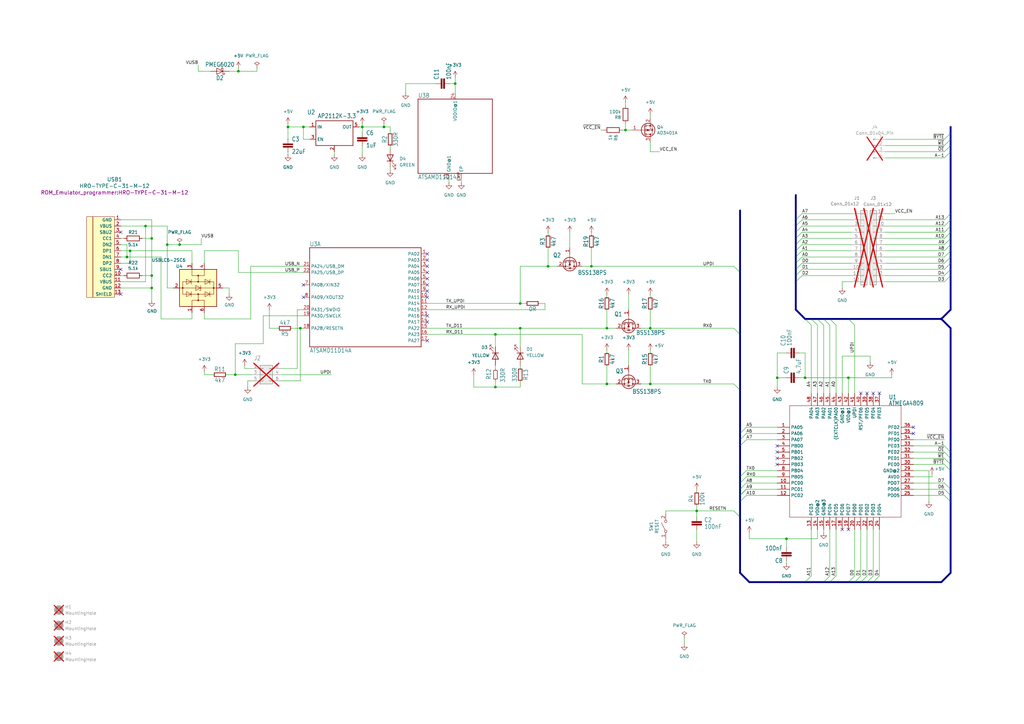
<source format=kicad_sch>
(kicad_sch
	(version 20231120)
	(generator "eeschema")
	(generator_version "8.0")
	(uuid "28fa76d1-9281-4306-81d2-b9e710546d0c")
	(paper "A3")
	(title_block
		(title "ROM Emulator Programmer")
		(date "2024-10-03")
		(rev "0.01")
		(company "Peter & Per")
	)
	
	(junction
		(at 53.34 102.87)
		(diameter 0)
		(color 0 0 0 0)
		(uuid "25fe08f4-9f66-4d53-a6a3-90a9a5f73936")
	)
	(junction
		(at 347.98 154.94)
		(diameter 0)
		(color 0 0 0 0)
		(uuid "29f471a5-1166-4216-b043-a68044debdba")
	)
	(junction
		(at 285.75 209.55)
		(diameter 0)
		(color 0 0 0 0)
		(uuid "2a734be5-512c-4549-8b37-6658fe51780b")
	)
	(junction
		(at 96.52 153.67)
		(diameter 0)
		(color 0 0 0 0)
		(uuid "3646a6b2-e29d-4d3a-8547-0ed8bfe781a9")
	)
	(junction
		(at 266.7 157.48)
		(diameter 0)
		(color 0 0 0 0)
		(uuid "3ba4e73c-d70a-4a41-9dd0-0a2a9871bb2f")
	)
	(junction
		(at 62.23 113.03)
		(diameter 0)
		(color 0 0 0 0)
		(uuid "49566c78-2e93-4a70-87a7-beae877b2725")
	)
	(junction
		(at 73.66 100.33)
		(diameter 0)
		(color 0 0 0 0)
		(uuid "52aa08b5-ad6f-410c-b3b8-45e39b58c6f8")
	)
	(junction
		(at 62.23 97.79)
		(diameter 0)
		(color 0 0 0 0)
		(uuid "53f90da0-9f08-4abf-bee0-42b3eed651d0")
	)
	(junction
		(at 213.36 134.62)
		(diameter 0)
		(color 0 0 0 0)
		(uuid "54934003-054f-415a-908a-2d219a23e302")
	)
	(junction
		(at 318.77 154.94)
		(diameter 0)
		(color 0 0 0 0)
		(uuid "5772eb95-057a-49a6-b3fc-f8593202da99")
	)
	(junction
		(at 68.58 100.33)
		(diameter 0)
		(color 0 0 0 0)
		(uuid "5b204ae1-18cb-48a1-8bfc-83bbb69cd4d6")
	)
	(junction
		(at 118.11 52.07)
		(diameter 0)
		(color 0 0 0 0)
		(uuid "5db75ccb-e4fe-40a2-beea-ae9dafcb1ef0")
	)
	(junction
		(at 330.2 154.94)
		(diameter 0)
		(color 0 0 0 0)
		(uuid "628920db-d769-4d82-a99e-f8adb116e895")
	)
	(junction
		(at 203.2 158.75)
		(diameter 0)
		(color 0 0 0 0)
		(uuid "690bb759-99bc-4c4c-9f6c-2d99266a44ce")
	)
	(junction
		(at 224.79 109.22)
		(diameter 0)
		(color 0 0 0 0)
		(uuid "7190c1d9-0e32-4fdb-a8d7-3c80efa4016a")
	)
	(junction
		(at 186.69 34.29)
		(diameter 0)
		(color 0 0 0 0)
		(uuid "8019e47c-6b97-483b-b1a4-ff7cb61bbaf7")
	)
	(junction
		(at 62.23 118.11)
		(diameter 0)
		(color 0 0 0 0)
		(uuid "83226750-bbd5-4926-bda5-792bd20ce125")
	)
	(junction
		(at 322.58 220.98)
		(diameter 0)
		(color 0 0 0 0)
		(uuid "84f033be-32bb-45a0-9234-97ebb0e46b3b")
	)
	(junction
		(at 386.08 130.81)
		(diameter 0)
		(color 0 0 0 0)
		(uuid "9410afe5-3f02-4941-bdbd-949a040e381b")
	)
	(junction
		(at 59.69 92.71)
		(diameter 0)
		(color 0 0 0 0)
		(uuid "95f4ad0f-cbf7-4f0b-853d-1e746aca63b5")
	)
	(junction
		(at 157.48 52.07)
		(diameter 0)
		(color 0 0 0 0)
		(uuid "9b8807cb-1f7d-4f87-8871-26309c860e68")
	)
	(junction
		(at 123.19 134.62)
		(diameter 0)
		(color 0 0 0 0)
		(uuid "a118a3fb-a689-4827-97f9-d712e2a628d1")
	)
	(junction
		(at 248.92 157.48)
		(diameter 0)
		(color 0 0 0 0)
		(uuid "b4fc6f02-e341-4c02-8017-9971c9ab3f4e")
	)
	(junction
		(at 242.57 109.22)
		(diameter 0)
		(color 0 0 0 0)
		(uuid "c7f162f5-4f28-48e2-b665-37283972dda4")
	)
	(junction
		(at 213.36 124.46)
		(diameter 0)
		(color 0 0 0 0)
		(uuid "ca3e12d0-1042-44e1-9493-bf01ab5caccc")
	)
	(junction
		(at 266.7 134.62)
		(diameter 0)
		(color 0 0 0 0)
		(uuid "d2d8463d-db89-4f29-90fa-cb37ab50933d")
	)
	(junction
		(at 148.59 52.07)
		(diameter 0)
		(color 0 0 0 0)
		(uuid "d3db53cd-b126-4577-9067-15d46ac3dc52")
	)
	(junction
		(at 52.07 105.41)
		(diameter 0)
		(color 0 0 0 0)
		(uuid "de18eed2-d3aa-482d-a7b7-d338c262e634")
	)
	(junction
		(at 248.92 134.62)
		(diameter 0)
		(color 0 0 0 0)
		(uuid "e08b558c-5012-48f8-a0c1-4b153d781b82")
	)
	(junction
		(at 124.46 52.07)
		(diameter 0)
		(color 0 0 0 0)
		(uuid "e4945014-46f4-4640-8266-cbb33aeb1d9e")
	)
	(junction
		(at 97.79 29.21)
		(diameter 0)
		(color 0 0 0 0)
		(uuid "e4e4fe5a-3b98-499f-84a0-64c80cf04e96")
	)
	(junction
		(at 256.54 53.34)
		(diameter 0)
		(color 0 0 0 0)
		(uuid "f21ae05e-3001-43fa-b13c-5e5b5e370dd5")
	)
	(junction
		(at 203.2 137.16)
		(diameter 0)
		(color 0 0 0 0)
		(uuid "f37130a1-e3fb-4028-9d1c-1859e8d3cf28")
	)
	(no_connect
		(at 175.26 139.7)
		(uuid "1c02ee90-3d85-49a1-a1f4-49bf9b502816")
	)
	(no_connect
		(at 358.14 161.29)
		(uuid "227c5be5-f782-4bb2-99b2-db227c4d58e3")
	)
	(no_connect
		(at 49.53 110.49)
		(uuid "327264a2-1cde-4c2c-b205-7c14a5dbbf5c")
	)
	(no_connect
		(at 347.98 217.17)
		(uuid "33e031f8-b2bf-43a8-b45b-02363745e06c")
	)
	(no_connect
		(at 175.26 109.22)
		(uuid "35d3d5b7-d230-4dbb-afd6-172f39d7c617")
	)
	(no_connect
		(at 318.77 185.42)
		(uuid "418a2b17-cd9e-441f-8b25-c4d0d51a66be")
	)
	(no_connect
		(at 175.26 114.3)
		(uuid "50b81490-6e28-4565-be44-7c5b5fc1ec10")
	)
	(no_connect
		(at 318.77 182.88)
		(uuid "5b109c58-2026-4629-8bee-35fe74d70d77")
	)
	(no_connect
		(at 360.68 161.29)
		(uuid "5fbbfa6c-c786-43cd-9118-9a1148b6cd4a")
	)
	(no_connect
		(at 374.65 177.8)
		(uuid "600263bf-5de4-42b8-9169-074ce0852260")
	)
	(no_connect
		(at 353.06 161.29)
		(uuid "616c63fd-c221-4407-8dec-d8b04570344e")
	)
	(no_connect
		(at 345.44 217.17)
		(uuid "63e1bfad-2709-4235-ae8b-6e8eab6a3072")
	)
	(no_connect
		(at 124.46 121.92)
		(uuid "6646214b-2299-4ed9-a80c-1e6355a6110e")
	)
	(no_connect
		(at 175.26 116.84)
		(uuid "7166026f-4487-4c2b-b259-15843cb90c30")
	)
	(no_connect
		(at 175.26 129.54)
		(uuid "72a74e4f-4910-4352-b785-9923f8dceacc")
	)
	(no_connect
		(at 49.53 120.65)
		(uuid "8f13f64b-0f5d-4f19-8290-830a7be2430d")
	)
	(no_connect
		(at 175.26 132.08)
		(uuid "9978a48f-6374-473d-81fb-c47a2fa93a1d")
	)
	(no_connect
		(at 175.26 104.14)
		(uuid "a1d2ca49-b015-4a91-8644-e73530e3d6a7")
	)
	(no_connect
		(at 175.26 119.38)
		(uuid "b49f517d-d1b6-403a-acad-928935c01296")
	)
	(no_connect
		(at 355.6 161.29)
		(uuid "b890e99b-a31e-4f71-9a01-f615eb290f71")
	)
	(no_connect
		(at 124.46 116.84)
		(uuid "c705f1fe-c741-4c10-9d2d-6db33953d8fe")
	)
	(no_connect
		(at 175.26 111.76)
		(uuid "db5e2c77-bb6f-4ace-be6b-c4fbf8070df5")
	)
	(no_connect
		(at 175.26 106.68)
		(uuid "e188c017-dd01-4989-a9b7-eae894a86cad")
	)
	(no_connect
		(at 49.53 95.25)
		(uuid "e958ab6e-b7bc-41aa-8552-74f8a03fb1a1")
	)
	(no_connect
		(at 318.77 190.5)
		(uuid "eb2ca0d2-b774-429b-992e-72880025be2b")
	)
	(no_connect
		(at 175.26 121.92)
		(uuid "eb98a14c-cb21-42ae-92cd-0f254eb53bc5")
	)
	(no_connect
		(at 374.65 175.26)
		(uuid "ed822e95-8a76-4b35-b8aa-35e79fd4e109")
	)
	(no_connect
		(at 318.77 187.96)
		(uuid "f5c85e36-0f25-44ae-8024-1f423dc8cf27")
	)
	(bus_entry
		(at 328.93 113.03)
		(size -2.54 2.54)
		(stroke
			(width 0)
			(type default)
		)
		(uuid "0aa1af16-689c-411d-94ed-9d2f18765aea")
	)
	(bus_entry
		(at 387.35 59.69)
		(size 2.54 -2.54)
		(stroke
			(width 0)
			(type default)
		)
		(uuid "16a685a5-abe1-429b-a85b-7fb5aeb91a98")
	)
	(bus_entry
		(at 328.93 87.63)
		(size -2.54 2.54)
		(stroke
			(width 0)
			(type default)
		)
		(uuid "16fb4579-8076-4569-a889-c74fb0a44e57")
	)
	(bus_entry
		(at 387.35 102.87)
		(size 2.54 -2.54)
		(stroke
			(width 0)
			(type default)
		)
		(uuid "17afc67b-cb84-41c7-a0d3-859bf042dd44")
	)
	(bus_entry
		(at 360.68 236.22)
		(size -2.54 2.54)
		(stroke
			(width 0)
			(type default)
		)
		(uuid "1910cc65-d552-4ede-8a47-7bb05d228f88")
	)
	(bus_entry
		(at 387.35 92.71)
		(size 2.54 -2.54)
		(stroke
			(width 0)
			(type default)
		)
		(uuid "1be8e402-e8e0-462a-9c1d-8b35ca998292")
	)
	(bus_entry
		(at 387.35 107.95)
		(size 2.54 -2.54)
		(stroke
			(width 0)
			(type default)
		)
		(uuid "20bfcef1-00cc-4234-972e-37a3aca6546c")
	)
	(bus_entry
		(at 342.9 236.22)
		(size -2.54 2.54)
		(stroke
			(width 0)
			(type default)
		)
		(uuid "232552e6-d3ce-4323-9878-9d0a815a4fb0")
	)
	(bus_entry
		(at 387.35 95.25)
		(size 2.54 -2.54)
		(stroke
			(width 0)
			(type default)
		)
		(uuid "2485caa4-edea-47d3-8564-cee6ac5cd45e")
	)
	(bus_entry
		(at 328.93 97.79)
		(size -2.54 2.54)
		(stroke
			(width 0)
			(type default)
		)
		(uuid "25026f63-23a1-4fdd-9ba1-d57454297aad")
	)
	(bus_entry
		(at 306.07 200.66)
		(size -2.54 2.54)
		(stroke
			(width 0)
			(type default)
		)
		(uuid "25935f77-39bc-4b3c-a923-1df4383556b3")
	)
	(bus_entry
		(at 306.07 177.8)
		(size -2.54 2.54)
		(stroke
			(width 0)
			(type default)
		)
		(uuid "25ab4834-eba0-46db-85de-b05220deb2bd")
	)
	(bus_entry
		(at 342.9 133.35)
		(size -2.54 -2.54)
		(stroke
			(width 0)
			(type default)
		)
		(uuid "28dc474f-e6e9-4bfe-aaa4-5cf8802ba712")
	)
	(bus_entry
		(at 387.35 200.66)
		(size 2.54 2.54)
		(stroke
			(width 0)
			(type default)
		)
		(uuid "2c1f6dc9-e875-485a-8268-d7844c713a09")
	)
	(bus_entry
		(at 328.93 100.33)
		(size -2.54 2.54)
		(stroke
			(width 0)
			(type default)
		)
		(uuid "2efdf071-883b-4862-b301-80ffe5be0ca0")
	)
	(bus_entry
		(at 387.35 57.15)
		(size 2.54 -2.54)
		(stroke
			(width 0)
			(type default)
		)
		(uuid "2f3f09fe-9c8f-4565-89a0-4fda67bdfe1e")
	)
	(bus_entry
		(at 387.35 110.49)
		(size 2.54 -2.54)
		(stroke
			(width 0)
			(type default)
		)
		(uuid "306f09d3-c117-4330-9407-5c4d49ce0b53")
	)
	(bus_entry
		(at 337.82 133.35)
		(size -2.54 -2.54)
		(stroke
			(width 0)
			(type default)
		)
		(uuid "33649431-c1c8-43cd-9acd-2c9a7d3321e8")
	)
	(bus_entry
		(at 387.35 97.79)
		(size 2.54 -2.54)
		(stroke
			(width 0)
			(type default)
		)
		(uuid "35824b65-6ec4-46e2-b5c4-eac478b69c2b")
	)
	(bus_entry
		(at 387.35 64.77)
		(size 2.54 -2.54)
		(stroke
			(width 0)
			(type default)
		)
		(uuid "4c7cc51e-3724-449d-adbb-3ea092cbc57e")
	)
	(bus_entry
		(at 355.6 236.22)
		(size -2.54 2.54)
		(stroke
			(width 0)
			(type default)
		)
		(uuid "5015131d-c2ac-424e-a78c-0a05714f6fac")
	)
	(bus_entry
		(at 328.93 90.17)
		(size -2.54 2.54)
		(stroke
			(width 0)
			(type default)
		)
		(uuid "51bbb9fa-f4ea-4874-a7d9-4741da0d4ce4")
	)
	(bus_entry
		(at 328.93 102.87)
		(size -2.54 2.54)
		(stroke
			(width 0)
			(type default)
		)
		(uuid "57919088-5913-4eda-b3f9-047a2b97203c")
	)
	(bus_entry
		(at 358.14 236.22)
		(size -2.54 2.54)
		(stroke
			(width 0)
			(type default)
		)
		(uuid "58c68571-7bb1-4e02-969f-0f375d588f18")
	)
	(bus_entry
		(at 306.07 198.12)
		(size -2.54 2.54)
		(stroke
			(width 0)
			(type default)
		)
		(uuid "5d39ca08-1f9e-4a7f-b076-da956f2d39f8")
	)
	(bus_entry
		(at 300.99 157.48)
		(size 2.54 2.54)
		(stroke
			(width 0)
			(type default)
		)
		(uuid "668eecfb-898e-4f3f-9125-ea0e2700ea44")
	)
	(bus_entry
		(at 306.07 180.34)
		(size -2.54 2.54)
		(stroke
			(width 0)
			(type default)
		)
		(uuid "66fa855d-9aab-4934-a28c-54da3fba9912")
	)
	(bus_entry
		(at 387.35 62.23)
		(size 2.54 -2.54)
		(stroke
			(width 0)
			(type default)
		)
		(uuid "69305812-d088-44f4-85c7-a578cdaed436")
	)
	(bus_entry
		(at 387.35 185.42)
		(size 2.54 2.54)
		(stroke
			(width 0)
			(type default)
		)
		(uuid "71ae20e8-c87e-4827-916b-ba5efd75b6be")
	)
	(bus_entry
		(at 387.35 100.33)
		(size 2.54 -2.54)
		(stroke
			(width 0)
			(type default)
		)
		(uuid "7224c973-9db9-4da6-acd6-6fbf779b56fb")
	)
	(bus_entry
		(at 387.35 182.88)
		(size 2.54 2.54)
		(stroke
			(width 0)
			(type default)
		)
		(uuid "751fcfbd-021b-48c2-8fed-ed24c23b0557")
	)
	(bus_entry
		(at 332.74 236.22)
		(size -2.54 2.54)
		(stroke
			(width 0)
			(type default)
		)
		(uuid "7579ff0e-c314-44ab-a8a0-47817b1c8abb")
	)
	(bus_entry
		(at 306.07 193.04)
		(size -2.54 2.54)
		(stroke
			(width 0)
			(type default)
		)
		(uuid "7c422821-4b95-406d-916e-9666fd8aa869")
	)
	(bus_entry
		(at 300.99 134.62)
		(size 2.54 2.54)
		(stroke
			(width 0)
			(type default)
		)
		(uuid "7c9b0bd5-fae6-4cfe-a80f-1c525793abb9")
	)
	(bus_entry
		(at 387.35 113.03)
		(size 2.54 -2.54)
		(stroke
			(width 0)
			(type default)
		)
		(uuid "7f71c6f6-fc39-480a-870c-642f356424fe")
	)
	(bus_entry
		(at 328.93 92.71)
		(size -2.54 2.54)
		(stroke
			(width 0)
			(type default)
		)
		(uuid "7fb0f4c9-65d2-4a8f-a048-ee7a67f238b2")
	)
	(bus_entry
		(at 300.99 109.22)
		(size 2.54 2.54)
		(stroke
			(width 0)
			(type default)
		)
		(uuid "81cecfa1-cb57-4c42-bca6-3ae4b0631463")
	)
	(bus_entry
		(at 306.07 200.66)
		(size -2.54 2.54)
		(stroke
			(width 0)
			(type default)
		)
		(uuid "842ecb31-5cfe-4144-8683-3c6d1331ff77")
	)
	(bus_entry
		(at 387.35 90.17)
		(size 2.54 -2.54)
		(stroke
			(width 0)
			(type default)
		)
		(uuid "85859c3c-9ec5-4020-b4b2-424ee21c7f31")
	)
	(bus_entry
		(at 328.93 95.25)
		(size -2.54 2.54)
		(stroke
			(width 0)
			(type default)
		)
		(uuid "866292a7-49b7-4edc-a078-0b67d6d4ae4c")
	)
	(bus_entry
		(at 340.36 236.22)
		(size -2.54 2.54)
		(stroke
			(width 0)
			(type default)
		)
		(uuid "8790097f-ce2c-4cee-974d-6aba0753c60f")
	)
	(bus_entry
		(at 387.35 105.41)
		(size 2.54 -2.54)
		(stroke
			(width 0)
			(type default)
		)
		(uuid "92d378de-bc20-41a0-a9b1-dc67fc4b1c50")
	)
	(bus_entry
		(at 306.07 203.2)
		(size -2.54 2.54)
		(stroke
			(width 0)
			(type default)
		)
		(uuid "9e30d67c-3181-421c-aea0-c2f47e295343")
	)
	(bus_entry
		(at 387.35 198.12)
		(size 2.54 2.54)
		(stroke
			(width 0)
			(type default)
		)
		(uuid "a09ab4d8-6519-4e2b-a8eb-bd4d95fb7897")
	)
	(bus_entry
		(at 306.07 195.58)
		(size -2.54 2.54)
		(stroke
			(width 0)
			(type default)
		)
		(uuid "a146ad34-41ff-4206-a19d-0be39c0cd6ab")
	)
	(bus_entry
		(at 387.35 187.96)
		(size 2.54 2.54)
		(stroke
			(width 0)
			(type default)
		)
		(uuid "a3a8ab07-58fb-49b6-8265-0000d373c0f4")
	)
	(bus_entry
		(at 328.93 107.95)
		(size -2.54 2.54)
		(stroke
			(width 0)
			(type default)
		)
		(uuid "ae2c274e-1b19-43dc-ba01-7842f12c853c")
	)
	(bus_entry
		(at 328.93 105.41)
		(size -2.54 2.54)
		(stroke
			(width 0)
			(type default)
		)
		(uuid "aec6c226-2370-48f5-a6b8-7c050a1b034a")
	)
	(bus_entry
		(at 387.35 115.57)
		(size 2.54 -2.54)
		(stroke
			(width 0)
			(type default)
		)
		(uuid "b52cd8fb-a4e1-485e-8296-2595c0d87705")
	)
	(bus_entry
		(at 340.36 133.35)
		(size -2.54 -2.54)
		(stroke
			(width 0)
			(type default)
		)
		(uuid "b71aef7b-0325-4713-b6e1-27f4aba133ac")
	)
	(bus_entry
		(at 328.93 110.49)
		(size -2.54 2.54)
		(stroke
			(width 0)
			(type default)
		)
		(uuid "b943ddf4-d7e8-49fe-a5a8-27433629e951")
	)
	(bus_entry
		(at 300.99 209.55)
		(size 2.54 2.54)
		(stroke
			(width 0)
			(type default)
		)
		(uuid "bd83e3c9-e2a7-47a7-abc0-eefb902aac33")
	)
	(bus_entry
		(at 332.74 133.35)
		(size -2.54 -2.54)
		(stroke
			(width 0)
			(type default)
		)
		(uuid "be8ad4d9-f125-45ee-84c7-8700267dc8d3")
	)
	(bus_entry
		(at 387.35 190.5)
		(size 2.54 2.54)
		(stroke
			(width 0)
			(type default)
		)
		(uuid "c51268ad-6885-4322-8e4d-c67d857e3d23")
	)
	(bus_entry
		(at 353.06 236.22)
		(size -2.54 2.54)
		(stroke
			(width 0)
			(type default)
		)
		(uuid "cf1061d4-aedb-44b3-afee-d2e2aef0f8d9")
	)
	(bus_entry
		(at 306.07 175.26)
		(size -2.54 2.54)
		(stroke
			(width 0)
			(type default)
		)
		(uuid "e3aec4cb-12fc-4eec-864a-0cb00c18c397")
	)
	(bus_entry
		(at 387.35 203.2)
		(size 2.54 2.54)
		(stroke
			(width 0)
			(type default)
		)
		(uuid "e9354dbe-5ab2-445d-afa8-6c25f014f2ea")
	)
	(bus_entry
		(at 335.28 133.35)
		(size -2.54 -2.54)
		(stroke
			(width 0)
			(type default)
		)
		(uuid "eb4e5123-fe35-45e0-a9e4-095e9ee5ea6b")
	)
	(bus_entry
		(at 350.52 236.22)
		(size -2.54 2.54)
		(stroke
			(width 0)
			(type default)
		)
		(uuid "ef562df2-da45-448a-b1c9-9e75f319a6fb")
	)
	(bus_entry
		(at 350.52 133.35)
		(size -2.54 -2.54)
		(stroke
			(width 0)
			(type default)
		)
		(uuid "f94ee951-5821-4e10-8d0b-78426479034e")
	)
	(wire
		(pts
			(xy 223.52 124.46) (xy 223.52 127)
		)
		(stroke
			(width 0.1524)
			(type solid)
		)
		(uuid "0029672f-e864-4cf2-9b85-b31dd929dc7d")
	)
	(bus
		(pts
			(xy 389.89 102.87) (xy 389.89 105.41)
		)
		(stroke
			(width 0.762)
			(type solid)
		)
		(uuid "009e38fb-06d8-4f52-a649-342a66806d07")
	)
	(wire
		(pts
			(xy 347.98 154.94) (xy 365.76 154.94)
		)
		(stroke
			(width 0.1524)
			(type solid)
		)
		(uuid "013a424d-0c63-410d-a030-e123de418a7b")
	)
	(wire
		(pts
			(xy 62.23 97.79) (xy 62.23 113.03)
		)
		(stroke
			(width 0)
			(type default)
		)
		(uuid "015919bb-bf9a-4193-8487-a1d36051865d")
	)
	(wire
		(pts
			(xy 256.54 53.34) (xy 259.08 53.34)
		)
		(stroke
			(width 0)
			(type default)
		)
		(uuid "0381a88b-5251-4399-bd12-fa44317dd30d")
	)
	(wire
		(pts
			(xy 374.65 193.04) (xy 381 193.04)
		)
		(stroke
			(width 0)
			(type default)
		)
		(uuid "042e4ed2-7259-4e1d-bf91-590c01946f4d")
	)
	(bus
		(pts
			(xy 326.39 92.71) (xy 326.39 90.17)
		)
		(stroke
			(width 0.762)
			(type solid)
		)
		(uuid "0509aad3-98e1-46b0-b088-0edb29aa5c30")
	)
	(bus
		(pts
			(xy 389.89 110.49) (xy 389.89 113.03)
		)
		(stroke
			(width 0.762)
			(type solid)
		)
		(uuid "0752531a-d6a4-4814-85e2-02e48ec0dbe8")
	)
	(wire
		(pts
			(xy 83.82 102.87) (xy 97.79 102.87)
		)
		(stroke
			(width 0)
			(type default)
		)
		(uuid "07d975d4-aae4-4d64-8a2c-e9a99b833255")
	)
	(wire
		(pts
			(xy 349.25 105.41) (xy 328.93 105.41)
		)
		(stroke
			(width 0)
			(type default)
		)
		(uuid "08393765-15ca-4832-89b7-61d85d407e61")
	)
	(wire
		(pts
			(xy 285.75 209.55) (xy 285.75 212.09)
		)
		(stroke
			(width 0.1524)
			(type solid)
		)
		(uuid "09a2fcd5-31bc-439a-bec7-893d00ec7144")
	)
	(wire
		(pts
			(xy 238.76 109.22) (xy 242.57 109.22)
		)
		(stroke
			(width 0.1524)
			(type solid)
		)
		(uuid "09b96df1-f1d8-402f-9c78-8dc9c0aa6ae7")
	)
	(wire
		(pts
			(xy 318.77 158.75) (xy 318.77 154.94)
		)
		(stroke
			(width 0)
			(type default)
		)
		(uuid "09c3e1ac-4617-482c-9e3c-dd2907fcde2d")
	)
	(wire
		(pts
			(xy 147.32 52.07) (xy 148.59 52.07)
		)
		(stroke
			(width 0.1524)
			(type solid)
		)
		(uuid "09ca1d16-aeab-4480-b710-8f30bfc75e0e")
	)
	(wire
		(pts
			(xy 124.46 127) (xy 121.92 127)
		)
		(stroke
			(width 0.1524)
			(type solid)
		)
		(uuid "09e6f831-37e8-455a-8c0d-7f6edac4786d")
	)
	(wire
		(pts
			(xy 66.04 105.41) (xy 66.04 130.81)
		)
		(stroke
			(width 0)
			(type default)
		)
		(uuid "0a049206-63c3-45b7-81ea-36e71c351f4c")
	)
	(wire
		(pts
			(xy 101.6 158.75) (xy 101.6 156.21)
		)
		(stroke
			(width 0)
			(type default)
		)
		(uuid "0adc7616-2425-4a62-a053-2e40820cd981")
	)
	(wire
		(pts
			(xy 91.44 118.11) (xy 93.98 118.11)
		)
		(stroke
			(width 0)
			(type default)
		)
		(uuid "0b52a2b9-964f-48a9-8b9e-477085330ef3")
	)
	(wire
		(pts
			(xy 213.36 142.24) (xy 213.36 134.62)
		)
		(stroke
			(width 0.1524)
			(type solid)
		)
		(uuid "0dd763da-7cdd-419f-90af-3a458ce0a481")
	)
	(wire
		(pts
			(xy 363.22 87.63) (xy 367.03 87.63)
		)
		(stroke
			(width 0)
			(type default)
		)
		(uuid "0e2acd85-a123-41b7-93c4-ab43a356d450")
	)
	(wire
		(pts
			(xy 118.11 62.23) (xy 118.11 63.5)
		)
		(stroke
			(width 0)
			(type default)
		)
		(uuid "0e4bb3c0-49f2-43ef-a951-3f67164b3b08")
	)
	(wire
		(pts
			(xy 349.25 100.33) (xy 328.93 100.33)
		)
		(stroke
			(width 0)
			(type default)
		)
		(uuid "0ebfff8f-895d-414b-8952-e54f5e5af4a5")
	)
	(wire
		(pts
			(xy 110.49 127) (xy 110.49 134.62)
		)
		(stroke
			(width 0)
			(type default)
		)
		(uuid "0fc50b1d-4f2e-4a1d-a50c-aa353f33c133")
	)
	(wire
		(pts
			(xy 327.66 154.94) (xy 330.2 154.94)
		)
		(stroke
			(width 0.1524)
			(type solid)
		)
		(uuid "11212c01-7978-4656-a750-69f7b1e63e9f")
	)
	(bus
		(pts
			(xy 389.89 113.03) (xy 389.89 127)
		)
		(stroke
			(width 0.762)
			(type solid)
		)
		(uuid "1177ab42-a473-4fd1-9ba0-7f73b4985297")
	)
	(wire
		(pts
			(xy 349.25 90.17) (xy 328.93 90.17)
		)
		(stroke
			(width 0)
			(type default)
		)
		(uuid "12c7cffc-e85d-4800-9f6d-b94edff32052")
	)
	(bus
		(pts
			(xy 350.52 238.76) (xy 353.06 238.76)
		)
		(stroke
			(width 0.762)
			(type solid)
		)
		(uuid "16235157-2cf7-4cf5-b472-e5bef53e0c1b")
	)
	(wire
		(pts
			(xy 213.36 109.22) (xy 224.79 109.22)
		)
		(stroke
			(width 0.1524)
			(type solid)
		)
		(uuid "16986530-80d7-48cb-91d0-4d078eb5b791")
	)
	(bus
		(pts
			(xy 353.06 238.76) (xy 355.6 238.76)
		)
		(stroke
			(width 0.762)
			(type solid)
		)
		(uuid "1744e8ae-2f53-4a25-b5a2-90744d83b232")
	)
	(bus
		(pts
			(xy 389.89 97.79) (xy 389.89 100.33)
		)
		(stroke
			(width 0.762)
			(type solid)
		)
		(uuid "1756d4fc-8430-4535-8587-3ddbfc109c60")
	)
	(wire
		(pts
			(xy 228.6 109.22) (xy 224.79 109.22)
		)
		(stroke
			(width 0.1524)
			(type solid)
		)
		(uuid "187cb4fc-7dbd-4cd1-bba4-a32961953a1d")
	)
	(bus
		(pts
			(xy 326.39 105.41) (xy 326.39 102.87)
		)
		(stroke
			(width 0.762)
			(type solid)
		)
		(uuid "18ad8ee6-dda0-42f9-9290-c2e84f19e80d")
	)
	(wire
		(pts
			(xy 186.69 31.75) (xy 186.69 34.29)
		)
		(stroke
			(width 0.1524)
			(type solid)
		)
		(uuid "1bcb1eed-f037-414e-8cc8-8265f2fc83c6")
	)
	(wire
		(pts
			(xy 318.77 195.58) (xy 306.07 195.58)
		)
		(stroke
			(width 0.1524)
			(type solid)
		)
		(uuid "1eab1aa2-e84d-4cc1-b606-b47612e8b88b")
	)
	(wire
		(pts
			(xy 318.77 154.94) (xy 322.58 154.94)
		)
		(stroke
			(width 0)
			(type default)
		)
		(uuid "1eb334ba-07be-46cf-91b9-6057a111fdcb")
	)
	(wire
		(pts
			(xy 62.23 113.03) (xy 62.23 118.11)
		)
		(stroke
			(width 0)
			(type default)
		)
		(uuid "1ec0a4bb-c245-46b2-b58d-26cdaf073780")
	)
	(wire
		(pts
			(xy 349.25 92.71) (xy 328.93 92.71)
		)
		(stroke
			(width 0)
			(type default)
		)
		(uuid "2018ab69-1b58-4b1c-be6d-630c9493131b")
	)
	(wire
		(pts
			(xy 194.31 158.75) (xy 203.2 158.75)
		)
		(stroke
			(width 0)
			(type default)
		)
		(uuid "20b7ee20-30c5-46c9-a107-3283254549af")
	)
	(wire
		(pts
			(xy 340.36 161.29) (xy 340.36 133.35)
		)
		(stroke
			(width 0.1524)
			(type solid)
		)
		(uuid "20fb9ccb-4ef5-469b-88ab-fd2d1ed94c7e")
	)
	(wire
		(pts
			(xy 273.05 220.98) (xy 273.05 222.25)
		)
		(stroke
			(width 0)
			(type default)
		)
		(uuid "214a7ee8-8efd-4ad8-a40a-91e79ad8be86")
	)
	(wire
		(pts
			(xy 363.22 92.71) (xy 387.35 92.71)
		)
		(stroke
			(width 0)
			(type default)
		)
		(uuid "21d72ae5-41c2-4531-8ed7-777e28225e5c")
	)
	(wire
		(pts
			(xy 266.7 134.62) (xy 300.99 134.62)
		)
		(stroke
			(width 0.1524)
			(type solid)
		)
		(uuid "21fd52e5-5515-461c-84f7-3112a5a1f945")
	)
	(wire
		(pts
			(xy 53.34 102.87) (xy 78.74 102.87)
		)
		(stroke
			(width 0)
			(type default)
		)
		(uuid "22be691a-d2f7-4b76-82b7-b3454c5f6574")
	)
	(wire
		(pts
			(xy 62.23 118.11) (xy 62.23 123.19)
		)
		(stroke
			(width 0)
			(type default)
		)
		(uuid "2300fff3-6ac5-49f7-85d8-0262eb9d8349")
	)
	(wire
		(pts
			(xy 203.2 142.24) (xy 203.2 137.16)
		)
		(stroke
			(width 0.1524)
			(type solid)
		)
		(uuid "231165a3-4e2f-4693-8bf1-8dff36d0f418")
	)
	(bus
		(pts
			(xy 303.53 200.66) (xy 303.53 198.12)
		)
		(stroke
			(width 0.762)
			(type solid)
		)
		(uuid "2378be87-b70d-48b9-9032-240b9e5821df")
	)
	(wire
		(pts
			(xy 285.75 209.55) (xy 273.05 209.55)
		)
		(stroke
			(width 0.1524)
			(type solid)
		)
		(uuid "23ae37f7-0064-4193-ab8e-d6a22a1e843d")
	)
	(bus
		(pts
			(xy 326.39 107.95) (xy 326.39 105.41)
		)
		(stroke
			(width 0.762)
			(type solid)
		)
		(uuid "23b08d59-f152-479e-8bfd-78fe22932cfc")
	)
	(wire
		(pts
			(xy 248.92 127) (xy 248.92 134.62)
		)
		(stroke
			(width 0.1524)
			(type solid)
		)
		(uuid "23c7bfe4-eaa0-4bfb-9f62-3e2c701899e5")
	)
	(wire
		(pts
			(xy 148.59 52.07) (xy 148.59 50.8)
		)
		(stroke
			(width 0.1524)
			(type solid)
		)
		(uuid "244e53d4-5e2c-4aaa-a796-d3fea53c68b3")
	)
	(bus
		(pts
			(xy 389.89 62.23) (xy 389.89 87.63)
		)
		(stroke
			(width 0.762)
			(type solid)
		)
		(uuid "24dd2c5d-86f0-4ec5-b6e4-6ee4c7cab5bd")
	)
	(bus
		(pts
			(xy 307.34 238.76) (xy 303.53 234.95)
		)
		(stroke
			(width 0.762)
			(type solid)
		)
		(uuid "24f9edcc-32d4-4da1-92c1-6a803eab182c")
	)
	(wire
		(pts
			(xy 105.41 29.21) (xy 105.41 27.94)
		)
		(stroke
			(width 0)
			(type default)
		)
		(uuid "25e47d13-f83c-4b36-918e-de41ac914996")
	)
	(bus
		(pts
			(xy 303.53 203.2) (xy 303.53 205.74)
		)
		(stroke
			(width 0.762)
			(type solid)
		)
		(uuid "27755419-bda5-4635-9da3-d7b708346a7f")
	)
	(wire
		(pts
			(xy 266.7 143.51) (xy 266.7 144.78)
		)
		(stroke
			(width 0)
			(type default)
		)
		(uuid "2adaaf9d-6341-4463-b2c2-fd4670cc39cd")
	)
	(bus
		(pts
			(xy 326.39 80.01) (xy 326.39 90.17)
		)
		(stroke
			(width 0.762)
			(type solid)
		)
		(uuid "2ba86e6b-d314-4e63-a775-66d93ff94e5a")
	)
	(bus
		(pts
			(xy 303.53 160.02) (xy 303.53 137.16)
		)
		(stroke
			(width 0.762)
			(type solid)
		)
		(uuid "2c66870b-d0b8-4b83-9a66-233c4359d44b")
	)
	(wire
		(pts
			(xy 318.77 144.78) (xy 322.58 144.78)
		)
		(stroke
			(width 0)
			(type default)
		)
		(uuid "2cfda724-8e8a-41e3-80f9-005fa80ad197")
	)
	(wire
		(pts
			(xy 248.92 149.86) (xy 248.92 157.48)
		)
		(stroke
			(width 0.1524)
			(type solid)
		)
		(uuid "2d135478-c8e9-4c22-93a5-86ce57f71e7c")
	)
	(wire
		(pts
			(xy 49.53 92.71) (xy 59.69 92.71)
		)
		(stroke
			(width 0)
			(type default)
		)
		(uuid "2de501c6-8a0d-43ab-a625-7e56e9567fee")
	)
	(wire
		(pts
			(xy 83.82 152.4) (xy 83.82 153.67)
		)
		(stroke
			(width 0)
			(type default)
		)
		(uuid "2e34afb3-4c26-4286-8be4-f25298754c32")
	)
	(bus
		(pts
			(xy 358.14 238.76) (xy 386.08 238.76)
		)
		(stroke
			(width 0.762)
			(type solid)
		)
		(uuid "2e71ef3f-af3f-44df-8112-312e0ae37782")
	)
	(wire
		(pts
			(xy 363.22 115.57) (xy 387.35 115.57)
		)
		(stroke
			(width 0)
			(type default)
		)
		(uuid "2f04fef7-6359-4dee-97c3-872a2308cf02")
	)
	(bus
		(pts
			(xy 332.74 130.81) (xy 330.2 130.81)
		)
		(stroke
			(width 0.762)
			(type solid)
		)
		(uuid "2fd66dbb-d7f1-42f5-8a28-156223f96917")
	)
	(bus
		(pts
			(xy 389.89 234.95) (xy 389.89 205.74)
		)
		(stroke
			(width 0.762)
			(type solid)
		)
		(uuid "30b3fd97-8875-468e-8bbd-29b1e6ea0f41")
	)
	(wire
		(pts
			(xy 356.87 148.59) (xy 356.87 146.05)
		)
		(stroke
			(width 0)
			(type default)
		)
		(uuid "31868d51-0a97-4c33-95c5-57011daea4f7")
	)
	(wire
		(pts
			(xy 58.42 97.79) (xy 62.23 97.79)
		)
		(stroke
			(width 0)
			(type default)
		)
		(uuid "34913f22-09d2-4c06-8649-234e8665a34d")
	)
	(bus
		(pts
			(xy 389.89 200.66) (xy 389.89 193.04)
		)
		(stroke
			(width 0.762)
			(type solid)
		)
		(uuid "35137d75-cbac-4a59-9a03-826fe702466c")
	)
	(wire
		(pts
			(xy 213.36 149.86) (xy 213.36 151.13)
		)
		(stroke
			(width 0)
			(type default)
		)
		(uuid "35378b14-3990-4e5e-91e7-cf2e4b7c4e2c")
	)
	(wire
		(pts
			(xy 328.93 107.95) (xy 349.25 107.95)
		)
		(stroke
			(width 0)
			(type default)
		)
		(uuid "35ab9d8f-d203-46b2-bd98-94bb4d97c0ea")
	)
	(wire
		(pts
			(xy 255.27 53.34) (xy 256.54 53.34)
		)
		(stroke
			(width 0)
			(type default)
		)
		(uuid "3766d906-4b6b-4091-b532-dc0a3179d153")
	)
	(wire
		(pts
			(xy 381 193.04) (xy 381 205.74)
		)
		(stroke
			(width 0)
			(type default)
		)
		(uuid "3a2078cc-5cd1-4839-9088-ea1d7e726567")
	)
	(wire
		(pts
			(xy 118.11 52.07) (xy 118.11 57.15)
		)
		(stroke
			(width 0.1524)
			(type solid)
		)
		(uuid "3ad637be-ab5c-41ee-8c61-b2bad995a4a0")
	)
	(wire
		(pts
			(xy 68.58 118.11) (xy 71.12 118.11)
		)
		(stroke
			(width 0)
			(type default)
		)
		(uuid "3bbb893f-6ca9-4510-bbe3-d28752a6395d")
	)
	(wire
		(pts
			(xy 374.65 190.5) (xy 387.35 190.5)
		)
		(stroke
			(width 0.1524)
			(type solid)
		)
		(uuid "3c3163a8-fc90-476d-8cf5-87ef721a3cf0")
	)
	(wire
		(pts
			(xy 175.26 124.46) (xy 213.36 124.46)
		)
		(stroke
			(width 0.1524)
			(type solid)
		)
		(uuid "3ca1f031-bbc6-4848-87ca-3412e3afc2e9")
	)
	(wire
		(pts
			(xy 83.82 102.87) (xy 83.82 107.95)
		)
		(stroke
			(width 0)
			(type default)
		)
		(uuid "3cda15b6-1f5a-42e5-af9b-6cacb27a245a")
	)
	(wire
		(pts
			(xy 318.77 203.2) (xy 306.07 203.2)
		)
		(stroke
			(width 0.1524)
			(type solid)
		)
		(uuid "3dbe62f7-dc53-4a23-99be-34f981a57410")
	)
	(wire
		(pts
			(xy 335.28 161.29) (xy 335.28 133.35)
		)
		(stroke
			(width 0.1524)
			(type solid)
		)
		(uuid "3e5c746d-ae0b-4327-91f2-63f01bcda125")
	)
	(wire
		(pts
			(xy 62.23 90.17) (xy 62.23 97.79)
		)
		(stroke
			(width 0)
			(type default)
		)
		(uuid "3f0df521-bc5a-4081-878d-c025f03eae8c")
	)
	(wire
		(pts
			(xy 213.36 158.75) (xy 213.36 156.21)
		)
		(stroke
			(width 0.1524)
			(type solid)
		)
		(uuid "3f17a8c3-f69b-4ea0-814c-0b027286e1ce")
	)
	(wire
		(pts
			(xy 257.81 143.51) (xy 257.81 149.86)
		)
		(stroke
			(width 0)
			(type default)
		)
		(uuid "3f20a456-9c9b-46ce-8c5a-a86c0f8e7e34")
	)
	(wire
		(pts
			(xy 101.6 156.21) (xy 102.87 156.21)
		)
		(stroke
			(width 0)
			(type default)
		)
		(uuid "403c830c-6487-4565-b541-f45d952980f9")
	)
	(bus
		(pts
			(xy 389.89 100.33) (xy 389.89 102.87)
		)
		(stroke
			(width 0.762)
			(type solid)
		)
		(uuid "42247e34-6ad4-4062-bbed-fdd54086d6ab")
	)
	(wire
		(pts
			(xy 194.31 153.67) (xy 194.31 158.75)
		)
		(stroke
			(width 0)
			(type default)
		)
		(uuid "430ca375-911b-4a68-9dc8-917ca67cd21a")
	)
	(wire
		(pts
			(xy 49.53 107.95) (xy 53.34 107.95)
		)
		(stroke
			(width 0)
			(type default)
		)
		(uuid "44ad6771-8d72-4b7c-803a-c7dace71088c")
	)
	(bus
		(pts
			(xy 389.89 107.95) (xy 389.89 110.49)
		)
		(stroke
			(width 0.762)
			(type solid)
		)
		(uuid "45fd6200-c9e2-49c0-a7a1-3cdca12f2739")
	)
	(bus
		(pts
			(xy 347.98 130.81) (xy 386.08 130.81)
		)
		(stroke
			(width 0.762)
			(type solid)
		)
		(uuid "464bd627-43c9-442c-a223-b74092088466")
	)
	(wire
		(pts
			(xy 53.34 102.87) (xy 53.34 107.95)
		)
		(stroke
			(width 0)
			(type default)
		)
		(uuid "48067404-e5ff-46dc-9842-fdc3924513f8")
	)
	(wire
		(pts
			(xy 242.57 109.22) (xy 242.57 101.6)
		)
		(stroke
			(width 0.1524)
			(type solid)
		)
		(uuid "48f91848-daf6-419f-8845-4a80a3e6bfc4")
	)
	(wire
		(pts
			(xy 342.9 217.17) (xy 342.9 236.22)
		)
		(stroke
			(width 0.1524)
			(type solid)
		)
		(uuid "4a2c3157-883d-4a67-b226-16efee8e353e")
	)
	(bus
		(pts
			(xy 326.39 115.57) (xy 326.39 127)
		)
		(stroke
			(width 0.762)
			(type solid)
		)
		(uuid "4b3510aa-ade1-49d9-861c-0a7c0789553c")
	)
	(wire
		(pts
			(xy 374.65 187.96) (xy 387.35 187.96)
		)
		(stroke
			(width 0.1524)
			(type solid)
		)
		(uuid "4b4afb1f-970c-47de-a1a9-4474a9510e6f")
	)
	(wire
		(pts
			(xy 374.65 182.88) (xy 387.35 182.88)
		)
		(stroke
			(width 0.1524)
			(type solid)
		)
		(uuid "4c293bc8-6f15-4b3f-909a-7fb292637574")
	)
	(wire
		(pts
			(xy 363.22 102.87) (xy 387.35 102.87)
		)
		(stroke
			(width 0)
			(type default)
		)
		(uuid "4d267e40-3400-4eb2-9921-08f198317340")
	)
	(bus
		(pts
			(xy 389.89 59.69) (xy 389.89 62.23)
		)
		(stroke
			(width 0.762)
			(type solid)
		)
		(uuid "4d762587-4fc1-4bde-9a1e-66a9d7ad4cec")
	)
	(wire
		(pts
			(xy 266.7 127) (xy 266.7 134.62)
		)
		(stroke
			(width 0.1524)
			(type solid)
		)
		(uuid "4dcc5168-3c5d-49be-ab5b-2a6ab808b5e7")
	)
	(wire
		(pts
			(xy 363.22 90.17) (xy 387.35 90.17)
		)
		(stroke
			(width 0)
			(type default)
		)
		(uuid "4e6b6134-c8cd-41bd-ba11-37a526147be7")
	)
	(wire
		(pts
			(xy 224.79 101.6) (xy 224.79 109.22)
		)
		(stroke
			(width 0.1524)
			(type solid)
		)
		(uuid "4e7944e8-c8a1-47f0-8404-8c10425d4371")
	)
	(bus
		(pts
			(xy 326.39 100.33) (xy 326.39 97.79)
		)
		(stroke
			(width 0.762)
			(type solid)
		)
		(uuid "4f228194-5a2b-48ff-9b59-507ef2651be2")
	)
	(wire
		(pts
			(xy 332.74 217.17) (xy 332.74 236.22)
		)
		(stroke
			(width 0.1524)
			(type solid)
		)
		(uuid "4fbfd55d-3b5e-49b9-a992-26dccdb9952e")
	)
	(wire
		(pts
			(xy 83.82 130.81) (xy 102.87 130.81)
		)
		(stroke
			(width 0)
			(type default)
		)
		(uuid "5123f260-b615-4895-84c3-78f716d562e3")
	)
	(wire
		(pts
			(xy 349.25 95.25) (xy 328.93 95.25)
		)
		(stroke
			(width 0)
			(type default)
		)
		(uuid "51b46f20-4ddb-46ae-8a2e-07e95f68aeff")
	)
	(wire
		(pts
			(xy 328.93 110.49) (xy 349.25 110.49)
		)
		(stroke
			(width 0)
			(type default)
		)
		(uuid "51e01e5f-466f-4da0-a4b5-5e6a5e5fc490")
	)
	(wire
		(pts
			(xy 363.22 59.69) (xy 387.35 59.69)
		)
		(stroke
			(width 0)
			(type default)
		)
		(uuid "52838618-db94-4b7d-b295-fff73a5bc0d1")
	)
	(bus
		(pts
			(xy 389.89 205.74) (xy 389.89 203.2)
		)
		(stroke
			(width 0.762)
			(type solid)
		)
		(uuid "528c3144-fc25-42ca-8e9c-ceda5b5d2983")
	)
	(bus
		(pts
			(xy 303.53 180.34) (xy 303.53 182.88)
		)
		(stroke
			(width 0.762)
			(type solid)
		)
		(uuid "540f3672-0a18-4484-9395-4f189f6faae9")
	)
	(wire
		(pts
			(xy 115.57 156.21) (xy 123.19 156.21)
		)
		(stroke
			(width 0.1524)
			(type solid)
		)
		(uuid "543ecb71-e0cd-49d0-a3ef-6f75daf9c14c")
	)
	(wire
		(pts
			(xy 213.36 124.46) (xy 213.36 109.22)
		)
		(stroke
			(width 0.1524)
			(type solid)
		)
		(uuid "54d18747-c85c-4f52-b2c6-188f63461d17")
	)
	(wire
		(pts
			(xy 102.87 109.22) (xy 124.46 109.22)
		)
		(stroke
			(width 0.1524)
			(type solid)
		)
		(uuid "55e36e61-779a-4ff0-a163-280e1c6bd7e4")
	)
	(wire
		(pts
			(xy 49.53 100.33) (xy 52.07 100.33)
		)
		(stroke
			(width 0)
			(type default)
		)
		(uuid "56f344a8-80de-4007-8ee4-c33d4635c21b")
	)
	(bus
		(pts
			(xy 389.89 57.15) (xy 389.89 59.69)
		)
		(stroke
			(width 0.762)
			(type solid)
		)
		(uuid "57260ec8-b263-44c1-95a3-744f625fc06f")
	)
	(wire
		(pts
			(xy 107.95 140.97) (xy 107.95 129.54)
		)
		(stroke
			(width 0.1524)
			(type solid)
		)
		(uuid "59364a52-18c9-4df6-a3f0-23751204ae49")
	)
	(wire
		(pts
			(xy 340.36 217.17) (xy 340.36 236.22)
		)
		(stroke
			(width 0.1524)
			(type solid)
		)
		(uuid "5ac1cfb5-a2bd-48ef-9ae1-b0d6effde809")
	)
	(bus
		(pts
			(xy 326.39 113.03) (xy 326.39 110.49)
		)
		(stroke
			(width 0.762)
			(type solid)
		)
		(uuid "5b188661-b4fe-496b-ada1-893c199eff15")
	)
	(wire
		(pts
			(xy 322.58 220.98) (xy 335.28 220.98)
		)
		(stroke
			(width 0.1524)
			(type solid)
		)
		(uuid "5b5a79ff-c900-4361-bcd0-bf23c8938080")
	)
	(bus
		(pts
			(xy 389.89 87.63) (xy 389.89 90.17)
		)
		(stroke
			(width 0.762)
			(type solid)
		)
		(uuid "5be45dd0-da76-41f6-8c79-c2505a723a8f")
	)
	(wire
		(pts
			(xy 363.22 113.03) (xy 387.35 113.03)
		)
		(stroke
			(width 0)
			(type default)
		)
		(uuid "5c3024cb-eb1e-41d1-bf46-a830ef54c7f8")
	)
	(bus
		(pts
			(xy 340.36 130.81) (xy 337.82 130.81)
		)
		(stroke
			(width 0.762)
			(type solid)
		)
		(uuid "5cba037b-33ca-4908-932d-53bce53f791b")
	)
	(wire
		(pts
			(xy 349.25 87.63) (xy 328.93 87.63)
		)
		(stroke
			(width 0)
			(type default)
		)
		(uuid "5d59aab2-68ff-4e15-9519-503b3e1219b9")
	)
	(wire
		(pts
			(xy 318.77 180.34) (xy 306.07 180.34)
		)
		(stroke
			(width 0.1524)
			(type solid)
		)
		(uuid "5df90d54-219e-46b7-a5d7-867888e776e0")
	)
	(wire
		(pts
			(xy 318.77 144.78) (xy 318.77 154.94)
		)
		(stroke
			(width 0)
			(type default)
		)
		(uuid "5e55bd39-69e2-4fa7-a9e7-333519182a98")
	)
	(bus
		(pts
			(xy 303.53 203.2) (xy 303.53 200.66)
		)
		(stroke
			(width 0.762)
			(type solid)
		)
		(uuid "5e9e7b8c-131c-49a7-a946-29dc6102c83b")
	)
	(bus
		(pts
			(xy 386.08 238.76) (xy 389.89 234.95)
		)
		(stroke
			(width 0.762)
			(type solid)
		)
		(uuid "5ebb0baf-ab2d-4b2e-a2cd-37b7b746016f")
	)
	(wire
		(pts
			(xy 175.26 137.16) (xy 203.2 137.16)
		)
		(stroke
			(width 0.1524)
			(type solid)
		)
		(uuid "60b450e9-f7b8-4160-9ccc-e2afceed4ee2")
	)
	(wire
		(pts
			(xy 337.82 161.29) (xy 337.82 133.35)
		)
		(stroke
			(width 0.1524)
			(type solid)
		)
		(uuid "60eb3ac3-ee0e-4bfb-b68a-5c080af6e9df")
	)
	(wire
		(pts
			(xy 285.75 209.55) (xy 300.99 209.55)
		)
		(stroke
			(width 0.1524)
			(type solid)
		)
		(uuid "627b965c-0466-4095-ba90-cbbfe722c50b")
	)
	(wire
		(pts
			(xy 52.07 100.33) (xy 52.07 105.41)
		)
		(stroke
			(width 0)
			(type default)
		)
		(uuid "64bb6723-a406-4556-bd7f-fa97ffd78ac7")
	)
	(wire
		(pts
			(xy 332.74 133.35) (xy 332.74 161.29)
		)
		(stroke
			(width 0.1524)
			(type solid)
		)
		(uuid "65a0a3d8-6ac9-403d-bde5-77ef36a7b587")
	)
	(wire
		(pts
			(xy 363.22 64.77) (xy 387.35 64.77)
		)
		(stroke
			(width 0)
			(type default)
		)
		(uuid "65c6442c-811b-4e41-ba35-06d3111633b9")
	)
	(wire
		(pts
			(xy 266.7 58.42) (xy 266.7 62.23)
		)
		(stroke
			(width 0)
			(type default)
		)
		(uuid "667a9631-d64c-4dd1-9e90-e0ca699bb6a9")
	)
	(bus
		(pts
			(xy 389.89 134.62) (xy 386.08 130.81)
		)
		(stroke
			(width 0.762)
			(type solid)
		)
		(uuid "677faa6b-7058-4778-81fe-79f9d179fa7e")
	)
	(wire
		(pts
			(xy 285.75 222.25) (xy 285.75 217.17)
		)
		(stroke
			(width 0.1524)
			(type solid)
		)
		(uuid "679e6ae0-378f-4013-881e-fca6bb7b87c7")
	)
	(wire
		(pts
			(xy 262.89 134.62) (xy 266.7 134.62)
		)
		(stroke
			(width 0.1524)
			(type solid)
		)
		(uuid "6840732f-275d-4058-9b0b-5863f94d6d06")
	)
	(bus
		(pts
			(xy 337.82 130.81) (xy 335.28 130.81)
		)
		(stroke
			(width 0.762)
			(type solid)
		)
		(uuid "684ff96d-b28e-4dea-87b6-35b1857e7df0")
	)
	(wire
		(pts
			(xy 184.15 73.66) (xy 184.15 74.93)
		)
		(stroke
			(width 0)
			(type default)
		)
		(uuid "68a97fbd-92a5-4e5f-a448-2ae6a82cb692")
	)
	(wire
		(pts
			(xy 148.59 54.61) (xy 148.59 52.07)
		)
		(stroke
			(width 0.1524)
			(type solid)
		)
		(uuid "691983db-0412-48fd-a515-b17400674523")
	)
	(bus
		(pts
			(xy 389.89 203.2) (xy 389.89 200.66)
		)
		(stroke
			(width 0.762)
			(type solid)
		)
		(uuid "693c18fc-82a5-47d9-8412-c16ea3d2fc7b")
	)
	(wire
		(pts
			(xy 97.79 102.87) (xy 97.79 111.76)
		)
		(stroke
			(width 0)
			(type default)
		)
		(uuid "697e7b2c-02e8-46a2-a22f-73599fe579fd")
	)
	(bus
		(pts
			(xy 389.89 134.62) (xy 389.89 185.42)
		)
		(stroke
			(width 0.762)
			(type solid)
		)
		(uuid "6b25377b-ada2-4c15-a9fe-86b183c1db1a")
	)
	(wire
		(pts
			(xy 322.58 229.87) (xy 322.58 231.14)
		)
		(stroke
			(width 0)
			(type default)
		)
		(uuid "6da505f4-333e-4999-85c5-2d368b912f98")
	)
	(wire
		(pts
			(xy 124.46 52.07) (xy 127 52.07)
		)
		(stroke
			(width 0.1524)
			(type solid)
		)
		(uuid "6eb15f9b-6332-441b-a4e3-bb708ada0b4c")
	)
	(wire
		(pts
			(xy 118.11 50.8) (xy 118.11 52.07)
		)
		(stroke
			(width 0.1524)
			(type solid)
		)
		(uuid "6f5999f9-2696-4348-9334-4a39812af0ad")
	)
	(bus
		(pts
			(xy 355.6 238.76) (xy 358.14 238.76)
		)
		(stroke
			(width 0.762)
			(type solid)
		)
		(uuid "6fbff3f1-84b3-49b4-ac3c-2a6488145dfd")
	)
	(wire
		(pts
			(xy 266.7 120.65) (xy 266.7 121.92)
		)
		(stroke
			(width 0)
			(type default)
		)
		(uuid "6ff4bcf5-37b4-4eb8-a8d8-65680020e85c")
	)
	(wire
		(pts
			(xy 93.98 29.21) (xy 97.79 29.21)
		)
		(stroke
			(width 0)
			(type default)
		)
		(uuid "70bd1022-01e2-45fb-bbbb-9131be95a71c")
	)
	(wire
		(pts
			(xy 242.57 95.25) (xy 242.57 96.52)
		)
		(stroke
			(width 0)
			(type default)
		)
		(uuid "710f564e-a24c-442a-996a-40a4512581a7")
	)
	(wire
		(pts
			(xy 330.2 144.78) (xy 330.2 154.94)
		)
		(stroke
			(width 0)
			(type default)
		)
		(uuid "7223c1ce-57ad-4ad5-a852-e0761f49f665")
	)
	(wire
		(pts
			(xy 382.27 194.31) (xy 382.27 195.58)
		)
		(stroke
			(width 0)
			(type default)
		)
		(uuid "728b471d-0d4f-4ace-b7ff-8f2ee2882bb0")
	)
	(wire
		(pts
			(xy 184.15 34.29) (xy 186.69 34.29)
		)
		(stroke
			(width 0.1524)
			(type solid)
		)
		(uuid "73f9246b-d77a-4e84-8c26-39b19c19c0e5")
	)
	(wire
		(pts
			(xy 248.92 143.51) (xy 248.92 144.78)
		)
		(stroke
			(width 0)
			(type default)
		)
		(uuid "74e035fd-9f73-42da-994b-a8e6d657ac96")
	)
	(wire
		(pts
			(xy 58.42 113.03) (xy 62.23 113.03)
		)
		(stroke
			(width 0)
			(type default)
		)
		(uuid "75d8886d-9b45-43e5-923b-4ca541965854")
	)
	(bus
		(pts
			(xy 347.98 238.76) (xy 350.52 238.76)
		)
		(stroke
			(width 0.762)
			(type solid)
		)
		(uuid "777dc234-a572-46fe-a7b8-a351a83a701b")
	)
	(wire
		(pts
			(xy 102.87 130.81) (xy 102.87 109.22)
		)
		(stroke
			(width 0)
			(type default)
		)
		(uuid "7868661f-7fa1-4e36-bec9-a9ffb0e2ee98")
	)
	(wire
		(pts
			(xy 363.22 97.79) (xy 387.35 97.79)
		)
		(stroke
			(width 0)
			(type default)
		)
		(uuid "793c545d-027f-4f60-b78e-6108e638ecea")
	)
	(wire
		(pts
			(xy 345.44 118.11) (xy 345.44 115.57)
		)
		(stroke
			(width 0)
			(type default)
		)
		(uuid "7950cbe4-d02d-4eb9-9dae-657eff98be8a")
	)
	(wire
		(pts
			(xy 374.65 200.66) (xy 387.35 200.66)
		)
		(stroke
			(width 0.1524)
			(type solid)
		)
		(uuid "79d1a8c5-9cca-4b8a-849c-70649d1099d2")
	)
	(wire
		(pts
			(xy 82.55 97.79) (xy 82.55 100.33)
		)
		(stroke
			(width 0)
			(type default)
		)
		(uuid "7b307c4a-eb75-4ccc-aceb-3031ee8c905c")
	)
	(wire
		(pts
			(xy 96.52 153.67) (xy 96.52 140.97)
		)
		(stroke
			(width 0.1524)
			(type solid)
		)
		(uuid "7cd788a5-41e5-46c6-ba0e-e4a43b1f5e13")
	)
	(wire
		(pts
			(xy 328.93 113.03) (xy 349.25 113.03)
		)
		(stroke
			(width 0)
			(type default)
		)
		(uuid "7d536e7d-a804-4415-b3bc-347b8bff220f")
	)
	(wire
		(pts
			(xy 220.98 124.46) (xy 223.52 124.46)
		)
		(stroke
			(width 0.1524)
			(type solid)
		)
		(uuid "7df03989-d457-46c9-808e-2172d6340524")
	)
	(wire
		(pts
			(xy 318.77 177.8) (xy 306.07 177.8)
		)
		(stroke
			(width 0.1524)
			(type solid)
		)
		(uuid "7e4da238-f1c7-4094-afc3-585f55f34d8a")
	)
	(wire
		(pts
			(xy 233.68 95.25) (xy 233.68 101.6)
		)
		(stroke
			(width 0)
			(type default)
		)
		(uuid "7f54dc30-4ce1-46d5-8d8b-18e5c8521db1")
	)
	(bus
		(pts
			(xy 303.53 111.76) (xy 303.53 86.36)
		)
		(stroke
			(width 0.762)
			(type solid)
		)
		(uuid "7fb56309-8554-47e1-9daf-646e6bac545f")
	)
	(wire
		(pts
			(xy 363.22 57.15) (xy 387.35 57.15)
		)
		(stroke
			(width 0)
			(type default)
		)
		(uuid "803cc18f-06af-46ad-afd0-2ed54e24b0db")
	)
	(wire
		(pts
			(xy 285.75 201.93) (xy 285.75 200.66)
		)
		(stroke
			(width 0.1524)
			(type solid)
		)
		(uuid "80d8a0f5-4e11-4cf5-b7e6-9abc34016741")
	)
	(wire
		(pts
			(xy 66.04 130.81) (xy 78.74 130.81)
		)
		(stroke
			(width 0)
			(type default)
		)
		(uuid "816cf7f6-fdfb-4860-991a-9a5327fbb335")
	)
	(wire
		(pts
			(xy 148.59 62.23) (xy 148.59 59.69)
		)
		(stroke
			(width 0.1524)
			(type solid)
		)
		(uuid "821c34f3-6ff2-4d46-ad39-2fc7b760114b")
	)
	(bus
		(pts
			(xy 389.89 95.25) (xy 389.89 97.79)
		)
		(stroke
			(width 0.762)
			(type solid)
		)
		(uuid "8321f14d-d6a6-4bda-ac7a-3ca728cbf530")
	)
	(bus
		(pts
			(xy 303.53 205.74) (xy 303.53 212.09)
		)
		(stroke
			(width 0.762)
			(type solid)
		)
		(uuid "834cec69-c271-4289-9435-f52f8fdabb78")
	)
	(wire
		(pts
			(xy 374.65 195.58) (xy 382.27 195.58)
		)
		(stroke
			(width 0.1524)
			(type solid)
		)
		(uuid "837e3a2c-7c69-49c9-ae40-343ced8a702f")
	)
	(wire
		(pts
			(xy 148.59 52.07) (xy 157.48 52.07)
		)
		(stroke
			(width 0.1524)
			(type solid)
		)
		(uuid "83afd65e-b45e-414f-b555-37285000eec7")
	)
	(wire
		(pts
			(xy 186.69 34.29) (xy 186.69 38.1)
		)
		(stroke
			(width 0.1524)
			(type solid)
		)
		(uuid "845282d6-7788-4814-a1e5-4e02be215204")
	)
	(wire
		(pts
			(xy 345.44 146.05) (xy 345.44 161.29)
		)
		(stroke
			(width 0)
			(type default)
		)
		(uuid "866baae9-9713-4ac8-813c-106c7ff39b45")
	)
	(bus
		(pts
			(xy 340.36 238.76) (xy 347.98 238.76)
		)
		(stroke
			(width 0.762)
			(type solid)
		)
		(uuid "86da0727-f4e5-4636-b1f3-95c393a3a7f4")
	)
	(wire
		(pts
			(xy 363.22 95.25) (xy 387.35 95.25)
		)
		(stroke
			(width 0)
			(type default)
		)
		(uuid "88ae1a2a-77fe-437f-ac55-aa364f2e6c93")
	)
	(wire
		(pts
			(xy 203.2 158.75) (xy 213.36 158.75)
		)
		(stroke
			(width 0.1524)
			(type solid)
		)
		(uuid "89947b31-2a8e-4cd7-93c7-e0da57cdef92")
	)
	(wire
		(pts
			(xy 307.34 220.98) (xy 307.34 218.44)
		)
		(stroke
			(width 0.1524)
			(type solid)
		)
		(uuid "89e8de35-a4fb-4436-bb9c-07b96dbfafb2")
	)
	(wire
		(pts
			(xy 347.98 154.94) (xy 347.98 161.29)
		)
		(stroke
			(width 0.1524)
			(type solid)
		)
		(uuid "8c601a72-8aac-4f92-a236-f07926687bf4")
	)
	(wire
		(pts
			(xy 256.54 41.91) (xy 256.54 43.18)
		)
		(stroke
			(width 0)
			(type default)
		)
		(uuid "8d891c4f-32b7-4140-8231-d2ab45aee103")
	)
	(bus
		(pts
			(xy 389.89 193.04) (xy 389.89 190.5)
		)
		(stroke
			(width 0.762)
			(type solid)
		)
		(uuid "8d94d10c-cc52-40e5-9871-5cdb45951db2")
	)
	(wire
		(pts
			(xy 327.66 144.78) (xy 330.2 144.78)
		)
		(stroke
			(width 0)
			(type default)
		)
		(uuid "8f1f299e-fc75-473b-ba92-9d5371e9a5ec")
	)
	(wire
		(pts
			(xy 355.6 217.17) (xy 355.6 236.22)
		)
		(stroke
			(width 0.1524)
			(type solid)
		)
		(uuid "8fa6a3e3-1aac-4956-a434-8db107f8b5b2")
	)
	(wire
		(pts
			(xy 358.14 217.17) (xy 358.14 236.22)
		)
		(stroke
			(width 0.1524)
			(type solid)
		)
		(uuid "8faa55d5-64c3-457c-9acd-60cd4d0ac89f")
	)
	(wire
		(pts
			(xy 96.52 153.67) (xy 102.87 153.67)
		)
		(stroke
			(width 0.1524)
			(type solid)
		)
		(uuid "90fb595c-80eb-4d13-8860-0b781ab9048d")
	)
	(wire
		(pts
			(xy 97.79 111.76) (xy 124.46 111.76)
		)
		(stroke
			(width 0)
			(type default)
		)
		(uuid "917fe5c3-c10e-4395-9f40-1e6357995c99")
	)
	(wire
		(pts
			(xy 318.77 198.12) (xy 306.07 198.12)
		)
		(stroke
			(width 0.1524)
			(type solid)
		)
		(uuid "925d25c0-b451-446b-a91c-47509d014113")
	)
	(bus
		(pts
			(xy 330.2 238.76) (xy 337.82 238.76)
		)
		(stroke
			(width 0.762)
			(type solid)
		)
		(uuid "936e095a-2ac0-49c9-bec7-c27191f16d01")
	)
	(wire
		(pts
			(xy 97.79 29.21) (xy 97.79 27.94)
		)
		(stroke
			(width 0)
			(type default)
		)
		(uuid "940d1492-fe3e-46e8-b398-693f77a07783")
	)
	(wire
		(pts
			(xy 374.65 185.42) (xy 387.35 185.42)
		)
		(stroke
			(width 0.1524)
			(type solid)
		)
		(uuid "94f12bcc-428d-4e92-a74d-a6d96f3f8d26")
	)
	(bus
		(pts
			(xy 326.39 92.71) (xy 326.39 95.25)
		)
		(stroke
			(width 0.762)
			(type solid)
		)
		(uuid "95789498-4302-4dca-97ed-6183d1c45e11")
	)
	(wire
		(pts
			(xy 246.38 53.34) (xy 247.65 53.34)
		)
		(stroke
			(width 0)
			(type default)
		)
		(uuid "95ddf134-273a-40ee-8def-11cdbe20d78c")
	)
	(wire
		(pts
			(xy 100.33 149.86) (xy 100.33 151.13)
		)
		(stroke
			(width 0)
			(type default)
		)
		(uuid "96e8803b-0629-4df6-9ef7-9b563ddc5c0d")
	)
	(bus
		(pts
			(xy 389.89 187.96) (xy 389.89 185.42)
		)
		(stroke
			(width 0.762)
			(type solid)
		)
		(uuid "97b9e327-cb38-4d04-bb18-a997a0cfda15")
	)
	(wire
		(pts
			(xy 49.53 105.41) (xy 52.07 105.41)
		)
		(stroke
			(width 0)
			(type default)
		)
		(uuid "98923efe-6935-4c86-8705-880422d2bfe4")
	)
	(wire
		(pts
			(xy 345.44 115.57) (xy 349.25 115.57)
		)
		(stroke
			(width 0)
			(type default)
		)
		(uuid "98ec3727-7e2b-4356-915c-72206928fb8c")
	)
	(wire
		(pts
			(xy 49.53 97.79) (xy 50.8 97.79)
		)
		(stroke
			(width 0)
			(type default)
		)
		(uuid "98fcc17a-b55e-4168-bdcc-559f827b29ff")
	)
	(wire
		(pts
			(xy 68.58 100.33) (xy 68.58 92.71)
		)
		(stroke
			(width 0)
			(type default)
		)
		(uuid "9a79dc89-efdd-4e58-9fa6-63bae21900a2")
	)
	(bus
		(pts
			(xy 303.53 234.95) (xy 303.53 212.09)
		)
		(stroke
			(width 0.762)
			(type solid)
		)
		(uuid "9a88df4f-dcf3-4591-acbd-9565d396fd99")
	)
	(wire
		(pts
			(xy 203.2 149.86) (xy 203.2 151.13)
		)
		(stroke
			(width 0)
			(type default)
		)
		(uuid "9e04b0ff-a4f4-497c-b637-ac4efc3210aa")
	)
	(wire
		(pts
			(xy 363.22 105.41) (xy 387.35 105.41)
		)
		(stroke
			(width 0)
			(type default)
		)
		(uuid "9e45c24c-9bd7-4a95-80b5-a1c314470006")
	)
	(wire
		(pts
			(xy 257.81 120.65) (xy 257.81 127)
		)
		(stroke
			(width 0)
			(type default)
		)
		(uuid "a0d1077b-32ad-41d6-beb2-be78d3015e88")
	)
	(wire
		(pts
			(xy 280.67 261.62) (xy 280.67 264.16)
		)
		(stroke
			(width 0)
			(type default)
		)
		(uuid "a0ec8602-9d66-40bf-b0cd-894c2356ede5")
	)
	(bus
		(pts
			(xy 389.89 190.5) (xy 389.89 187.96)
		)
		(stroke
			(width 0.762)
			(type solid)
		)
		(uuid "a10d9977-168a-4efc-941b-ffb09ad9ed38")
	)
	(wire
		(pts
			(xy 78.74 102.87) (xy 78.74 107.95)
		)
		(stroke
			(width 0)
			(type default)
		)
		(uuid "a1ca91f1-24d1-4dec-af30-a521d143a561")
	)
	(wire
		(pts
			(xy 49.53 90.17) (xy 62.23 90.17)
		)
		(stroke
			(width 0)
			(type default)
		)
		(uuid "a39c0549-2083-460c-9210-e8577dbce40e")
	)
	(wire
		(pts
			(xy 110.49 134.62) (xy 114.3 134.62)
		)
		(stroke
			(width 0)
			(type default)
		)
		(uuid "a7edcd46-5982-4d81-a592-b4d38ee83784")
	)
	(wire
		(pts
			(xy 238.76 157.48) (xy 248.92 157.48)
		)
		(stroke
			(width 0.1524)
			(type solid)
		)
		(uuid "a84e35a2-5dbf-4f9f-acb5-a223b18482c2")
	)
	(wire
		(pts
			(xy 238.76 137.16) (xy 238.76 157.48)
		)
		(stroke
			(width 0.1524)
			(type solid)
		)
		(uuid "a97f509c-8885-46da-8c47-d66dde84e211")
	)
	(wire
		(pts
			(xy 224.79 95.25) (xy 224.79 96.52)
		)
		(stroke
			(width 0)
			(type default)
		)
		(uuid "a9889020-eeac-4e3a-bcbc-45094eddde81")
	)
	(wire
		(pts
			(xy 160.02 52.07) (xy 160.02 54.61)
		)
		(stroke
			(width 0.1524)
			(type solid)
		)
		(uuid "a9ac98ee-17e5-4d90-8c71-2af4a45d5fdc")
	)
	(wire
		(pts
			(xy 49.53 113.03) (xy 50.8 113.03)
		)
		(stroke
			(width 0)
			(type default)
		)
		(uuid "aa74d2ab-475d-4e9b-a82a-72a11688ecae")
	)
	(bus
		(pts
			(xy 326.39 102.87) (xy 326.39 100.33)
		)
		(stroke
			(width 0.762)
			(type solid)
		)
		(uuid "aab3641d-841d-4ea5-a341-5532d22a7474")
	)
	(wire
		(pts
			(xy 266.7 149.86) (xy 266.7 157.48)
		)
		(stroke
			(width 0.1524)
			(type solid)
		)
		(uuid "aac41fd0-2f52-4227-923c-4dfe4941029f")
	)
	(wire
		(pts
			(xy 363.22 107.95) (xy 387.35 107.95)
		)
		(stroke
			(width 0)
			(type default)
		)
		(uuid "ab58dee9-57f4-4e42-819e-78550bbc7141")
	)
	(wire
		(pts
			(xy 107.95 129.54) (xy 124.46 129.54)
		)
		(stroke
			(width 0.1524)
			(type solid)
		)
		(uuid "abfce1ff-d26d-4664-8bc0-f09376ca19e6")
	)
	(wire
		(pts
			(xy 374.65 203.2) (xy 387.35 203.2)
		)
		(stroke
			(width 0.1524)
			(type solid)
		)
		(uuid "aca15a6e-42a1-4c24-acb9-119c15ff1e37")
	)
	(wire
		(pts
			(xy 342.9 161.29) (xy 342.9 133.35)
		)
		(stroke
			(width 0.1524)
			(type solid)
		)
		(uuid "addb147c-9b19-4187-b27d-39fc9235b0a5")
	)
	(wire
		(pts
			(xy 330.2 154.94) (xy 347.98 154.94)
		)
		(stroke
			(width 0.1524)
			(type solid)
		)
		(uuid "ae3c8071-5cc2-4e44-8370-bb35ae53dfc5")
	)
	(bus
		(pts
			(xy 389.89 105.41) (xy 389.89 107.95)
		)
		(stroke
			(width 0.762)
			(type solid)
		)
		(uuid "aeb751e3-399c-49ab-a881-ab746ab63977")
	)
	(bus
		(pts
			(xy 303.53 180.34) (xy 303.53 177.8)
		)
		(stroke
			(width 0.762)
			(type solid)
		)
		(uuid "aef55d36-4e3a-4507-b7a5-66515a23c8a8")
	)
	(wire
		(pts
			(xy 68.58 118.11) (xy 68.58 100.33)
		)
		(stroke
			(width 0)
			(type default)
		)
		(uuid "afa5fe8b-73e6-4c33-a652-84d017dfb64c")
	)
	(bus
		(pts
			(xy 389.89 90.17) (xy 389.89 92.71)
		)
		(stroke
			(width 0.762)
			(type solid)
		)
		(uuid "b2c3fad6-ac2c-4297-9423-092b4f0ccf85")
	)
	(wire
		(pts
			(xy 242.57 109.22) (xy 300.99 109.22)
		)
		(stroke
			(width 0.1524)
			(type solid)
		)
		(uuid "b371f2a7-75ec-42d1-8078-1295efea1879")
	)
	(wire
		(pts
			(xy 356.87 146.05) (xy 345.44 146.05)
		)
		(stroke
			(width 0)
			(type default)
		)
		(uuid "b3906d6d-6600-4abf-ab5f-b1bf938b049d")
	)
	(bus
		(pts
			(xy 303.53 177.8) (xy 303.53 160.02)
		)
		(stroke
			(width 0.762)
			(type solid)
		)
		(uuid "b41e27de-e015-4656-8560-088484c1fda6")
	)
	(bus
		(pts
			(xy 326.39 110.49) (xy 326.39 107.95)
		)
		(stroke
			(width 0.762)
			(type solid)
		)
		(uuid "b4bc1491-4e82-407c-a8e7-08723ca571fc")
	)
	(bus
		(pts
			(xy 303.53 182.88) (xy 303.53 195.58)
		)
		(stroke
			(width 0.762)
			(type solid)
		)
		(uuid "b50df1cf-8950-492e-addd-7e80e2dd5218")
	)
	(bus
		(pts
			(xy 389.89 92.71) (xy 389.89 95.25)
		)
		(stroke
			(width 0.762)
			(type solid)
		)
		(uuid "b55ea5a7-6fe0-40d3-8656-daaf9fa58046")
	)
	(bus
		(pts
			(xy 389.89 52.07) (xy 389.89 54.61)
		)
		(stroke
			(width 0.762)
			(type solid)
		)
		(uuid "b64b3547-5d9f-426f-8c01-8ab6bb967fec")
	)
	(wire
		(pts
			(xy 148.59 62.23) (xy 148.59 63.5)
		)
		(stroke
			(width 0)
			(type default)
		)
		(uuid "b6e2d921-9225-4fa5-a5f7-4b6ee65c122e")
	)
	(bus
		(pts
			(xy 335.28 130.81) (xy 332.74 130.81)
		)
		(stroke
			(width 0.762)
			(type solid)
		)
		(uuid "b6ff5bbb-7fb4-416b-8480-a071598c6d73")
	)
	(wire
		(pts
			(xy 124.46 52.07) (xy 118.11 52.07)
		)
		(stroke
			(width 0.1524)
			(type solid)
		)
		(uuid "b74456b6-a338-44ea-b622-e7677ba6a414")
	)
	(wire
		(pts
			(xy 119.38 134.62) (xy 123.19 134.62)
		)
		(stroke
			(width 0.1524)
			(type solid)
		)
		(uuid "b7d1cf95-0408-4592-9348-0407de49361b")
	)
	(bus
		(pts
			(xy 347.98 130.81) (xy 340.36 130.81)
		)
		(stroke
			(width 0.762)
			(type solid)
		)
		(uuid "b8f5fbff-bfe3-4ba8-b6be-220e4b50da64")
	)
	(wire
		(pts
			(xy 285.75 207.01) (xy 285.75 209.55)
		)
		(stroke
			(width 0.1524)
			(type solid)
		)
		(uuid "b989e8c8-5b7f-43a0-9ded-0553844741c3")
	)
	(wire
		(pts
			(xy 175.26 127) (xy 223.52 127)
		)
		(stroke
			(width 0.1524)
			(type solid)
		)
		(uuid "badc5e1b-8bfc-4323-af69-8324e1a53729")
	)
	(wire
		(pts
			(xy 166.37 34.29) (xy 179.07 34.29)
		)
		(stroke
			(width 0)
			(type default)
		)
		(uuid "bb0c4a8d-e0c3-48d5-a397-75710c4a6794")
	)
	(bus
		(pts
			(xy 307.34 238.76) (xy 330.2 238.76)
		)
		(stroke
			(width 0.762)
			(type solid)
		)
		(uuid "bb3eabf2-7f38-4cdb-9ebe-e315595b1aec")
	)
	(bus
		(pts
			(xy 303.53 198.12) (xy 303.53 195.58)
		)
		(stroke
			(width 0.762)
			(type solid)
		)
		(uuid "bb5fc124-219a-44bf-839a-82fde21dcaf0")
	)
	(bus
		(pts
			(xy 386.08 130.81) (xy 389.89 127)
		)
		(stroke
			(width 0.762)
			(type solid)
		)
		(uuid "bb6afc03-29e6-4ca2-956c-8936dbfa3b4e")
	)
	(wire
		(pts
			(xy 374.65 180.34) (xy 387.35 180.34)
		)
		(stroke
			(width 0.1524)
			(type solid)
		)
		(uuid "bbe41e9b-b288-4ee0-a56a-6d30d196e10d")
	)
	(wire
		(pts
			(xy 318.77 193.04) (xy 306.07 193.04)
		)
		(stroke
			(width 0.1524)
			(type solid)
		)
		(uuid "be23842d-12e3-4213-adc6-1aa6ddb6764a")
	)
	(wire
		(pts
			(xy 92.71 153.67) (xy 96.52 153.67)
		)
		(stroke
			(width 0)
			(type default)
		)
		(uuid "bf3a0afe-7e12-45ea-8c93-3d0860cd6661")
	)
	(wire
		(pts
			(xy 248.92 134.62) (xy 213.36 134.62)
		)
		(stroke
			(width 0.1524)
			(type solid)
		)
		(uuid "bf4a2ee8-c4d3-4b03-b124-5f1440f97508")
	)
	(wire
		(pts
			(xy 350.52 161.29) (xy 350.52 133.35)
		)
		(stroke
			(width 0.1524)
			(type solid)
		)
		(uuid "bf8bd4de-f8fe-4eb2-9250-f4dd74d50005")
	)
	(wire
		(pts
			(xy 100.33 151.13) (xy 102.87 151.13)
		)
		(stroke
			(width 0)
			(type default)
		)
		(uuid "c01be970-8c13-46d2-a33e-7e1533a5c8c8")
	)
	(wire
		(pts
			(xy 318.77 200.66) (xy 306.07 200.66)
		)
		(stroke
			(width 0.1524)
			(type solid)
		)
		(uuid "c105bc0b-c209-46d5-ae74-6d3a912580d6")
	)
	(wire
		(pts
			(xy 157.48 52.07) (xy 160.02 52.07)
		)
		(stroke
			(width 0.1524)
			(type solid)
		)
		(uuid "c2b44d41-e844-4dcb-b2f4-bb02c44ab2ad")
	)
	(wire
		(pts
			(xy 93.98 118.11) (xy 93.98 120.65)
		)
		(stroke
			(width 0)
			(type default)
		)
		(uuid "c2db6d71-59ee-4ed6-859b-2d61284ce2f1")
	)
	(wire
		(pts
			(xy 73.66 100.33) (xy 82.55 100.33)
		)
		(stroke
			(width 0)
			(type default)
		)
		(uuid "c2f42f4e-465d-4e2a-920e-12abbe9b33ae")
	)
	(wire
		(pts
			(xy 49.53 102.87) (xy 53.34 102.87)
		)
		(stroke
			(width 0)
			(type default)
		)
		(uuid "c427cd4c-765c-42ad-bf0b-6e8e2139cdc8")
	)
	(wire
		(pts
			(xy 360.68 217.17) (xy 360.68 236.22)
		)
		(stroke
			(width 0.1524)
			(type solid)
		)
		(uuid "c4a5a366-e100-4ee3-8a84-a7122a086c0a")
	)
	(wire
		(pts
			(xy 262.89 157.48) (xy 266.7 157.48)
		)
		(stroke
			(width 0.1524)
			(type solid)
		)
		(uuid "c6147ada-f5cd-4f43-b5f0-674d1f2b9ca4")
	)
	(wire
		(pts
			(xy 363.22 110.49) (xy 387.35 110.49)
		)
		(stroke
			(width 0)
			(type default)
		)
		(uuid "c7ae7cc3-e259-4f07-8910-48530fe1052d")
	)
	(wire
		(pts
			(xy 83.82 130.81) (xy 83.82 128.27)
		)
		(stroke
			(width 0)
			(type default)
		)
		(uuid "c8ee0960-efd0-486c-a20d-1e93c35d30b5")
	)
	(wire
		(pts
			(xy 160.02 59.69) (xy 160.02 60.96)
		)
		(stroke
			(width 0)
			(type default)
		)
		(uuid "c9de392e-c7ad-4c04-b5b9-bb5520f7150e")
	)
	(wire
		(pts
			(xy 350.52 217.17) (xy 350.52 236.22)
		)
		(stroke
			(width 0.1524)
			(type solid)
		)
		(uuid "ca294858-e3e1-4005-b042-650aec3cab52")
	)
	(wire
		(pts
			(xy 213.36 134.62) (xy 175.26 134.62)
		)
		(stroke
			(width 0.1524)
			(type solid)
		)
		(uuid "ca4b6840-881b-4b6b-9663-a13c53de6e54")
	)
	(wire
		(pts
			(xy 166.37 34.29) (xy 166.37 38.1)
		)
		(stroke
			(width 0)
			(type default)
		)
		(uuid "cb283a00-915b-4db0-93b2-03030953de92")
	)
	(wire
		(pts
			(xy 337.82 217.17) (xy 337.82 218.44)
		)
		(stroke
			(width 0)
			(type default)
		)
		(uuid "cceb877c-c747-49d5-aa08-5d47c150ba26")
	)
	(bus
		(pts
			(xy 326.39 95.25) (xy 326.39 97.79)
		)
		(stroke
			(width 0.762)
			(type solid)
		)
		(uuid "cebf074c-dc23-4c73-9a3a-f9f77ec26fe0")
	)
	(wire
		(pts
			(xy 365.76 154.94) (xy 365.76 153.67)
		)
		(stroke
			(width 0.1524)
			(type solid)
		)
		(uuid "d0747fe0-4109-4d05-85a3-6abbe26ab327")
	)
	(wire
		(pts
			(xy 68.58 100.33) (xy 73.66 100.33)
		)
		(stroke
			(width 0)
			(type default)
		)
		(uuid "d0f6ff5a-b188-4842-9c65-4fd98718bf60")
	)
	(wire
		(pts
			(xy 203.2 156.21) (xy 203.2 158.75)
		)
		(stroke
			(width 0.1524)
			(type solid)
		)
		(uuid "d10be7b9-d964-45bb-8402-32a3b7bde835")
	)
	(wire
		(pts
			(xy 335.28 220.98) (xy 335.28 217.17)
		)
		(stroke
			(width 0.1524)
			(type solid)
		)
		(uuid "d261743f-49b6-40ad-84f8-52da681f6261")
	)
	(bus
		(pts
			(xy 326.39 115.57) (xy 326.39 113.03)
		)
		(stroke
			(width 0.762)
			(type solid)
		)
		(uuid "d2990662-7e3f-4d4f-91b7-bdb0f62b590b")
	)
	(wire
		(pts
			(xy 52.07 105.41) (xy 66.04 105.41)
		)
		(stroke
			(width 0)
			(type default)
		)
		(uuid "d330b6b4-21a3-4e13-9cf1-6c3824ff181e")
	)
	(wire
		(pts
			(xy 318.77 175.26) (xy 306.07 175.26)
		)
		(stroke
			(width 0.1524)
			(type solid)
		)
		(uuid "d4f3b444-4523-4741-afc2-a4a12a0c3ebc")
	)
	(wire
		(pts
			(xy 353.06 217.17) (xy 353.06 236.22)
		)
		(stroke
			(width 0.1524)
			(type solid)
		)
		(uuid "d57bf182-04b7-4835-b135-e90ecf10ad24")
	)
	(wire
		(pts
			(xy 123.19 156.21) (xy 123.19 134.62)
		)
		(stroke
			(width 0.1524)
			(type solid)
		)
		(uuid "d5a07c92-ab68-42ac-9245-ed1356dc4b96")
	)
	(wire
		(pts
			(xy 349.25 102.87) (xy 328.93 102.87)
		)
		(stroke
			(width 0)
			(type default)
		)
		(uuid "d5ab1467-c6f5-4c7a-b51c-90761312175f")
	)
	(wire
		(pts
			(xy 363.22 62.23) (xy 387.35 62.23)
		)
		(stroke
			(width 0)
			(type default)
		)
		(uuid "d5f2183a-d43b-4334-bf52-43f1b02bb15e")
	)
	(wire
		(pts
			(xy 266.7 46.99) (xy 266.7 48.26)
		)
		(stroke
			(width 0)
			(type default)
		)
		(uuid "d7541255-6145-4f23-8194-2260871f1658")
	)
	(wire
		(pts
			(xy 256.54 50.8) (xy 256.54 53.34)
		)
		(stroke
			(width 0)
			(type default)
		)
		(uuid "d7557c13-e509-45ed-8081-0ac3a145fa0c")
	)
	(wire
		(pts
			(xy 363.22 100.33) (xy 387.35 100.33)
		)
		(stroke
			(width 0)
			(type default)
		)
		(uuid "d93549ac-99e5-45c4-93d6-ed0e3406aa43")
	)
	(wire
		(pts
			(xy 115.57 153.67) (xy 135.89 153.67)
		)
		(stroke
			(width 0.1524)
			(type solid)
		)
		(uuid "d98c125e-9f3f-4ef7-af96-1b5b82484e94")
	)
	(wire
		(pts
			(xy 49.53 118.11) (xy 62.23 118.11)
		)
		(stroke
			(width 0)
			(type default)
		)
		(uuid "dadf5789-291e-485b-a511-9fda821a3e73")
	)
	(wire
		(pts
			(xy 266.7 157.48) (xy 300.99 157.48)
		)
		(stroke
			(width 0.1524)
			(type solid)
		)
		(uuid "db1a6bf8-4914-4651-a7b6-5757ecb973f5")
	)
	(bus
		(pts
			(xy 337.82 238.76) (xy 340.36 238.76)
		)
		(stroke
			(width 0.762)
			(type solid)
		)
		(uuid "dd99dc25-e1f6-4a0e-bf05-5fa674f943fa")
	)
	(wire
		(pts
			(xy 189.23 73.66) (xy 189.23 74.93)
		)
		(stroke
			(width 0)
			(type default)
		)
		(uuid "de4523b0-a26e-466b-9e10-e812ff0b0605")
	)
	(wire
		(pts
			(xy 137.16 62.23) (xy 137.16 63.5)
		)
		(stroke
			(width 0)
			(type default)
		)
		(uuid "e00a6a4f-aaf1-4ff3-ae9b-65d666d2d970")
	)
	(wire
		(pts
			(xy 83.82 153.67) (xy 87.63 153.67)
		)
		(stroke
			(width 0)
			(type default)
		)
		(uuid "e305170a-dcf3-49c1-bd86-c1aa304799bc")
	)
	(wire
		(pts
			(xy 115.57 151.13) (xy 121.92 151.13)
		)
		(stroke
			(width 0.1524)
			(type solid)
		)
		(uuid "e312386d-fd97-4503-b621-c922e28387b7")
	)
	(wire
		(pts
			(xy 127 57.15) (xy 124.46 57.15)
		)
		(stroke
			(width 0.1524)
			(type solid)
		)
		(uuid "e3fafcda-3ff0-4e61-818a-e9bb85c0a539")
	)
	(wire
		(pts
			(xy 213.36 124.46) (xy 215.9 124.46)
		)
		(stroke
			(width 0.1524)
			(type solid)
		)
		(uuid "e4f33ef1-7281-4447-a6df-0f51e88e13e3")
	)
	(bus
		(pts
			(xy 330.2 130.81) (xy 326.39 127)
		)
		(stroke
			(width 0.762)
			(type solid)
		)
		(uuid "e64bfb8c-9e73-4996-a756-690af07b6852")
	)
	(wire
		(pts
			(xy 157.48 50.8) (xy 157.48 52.07)
		)
		(stroke
			(width 0)
			(type default)
		)
		(uuid "e65b406f-13ad-407f-a828-4bfc0441ef74")
	)
	(wire
		(pts
			(xy 78.74 130.81) (xy 78.74 128.27)
		)
		(stroke
			(width 0)
			(type default)
		)
		(uuid "e6d1eae7-833d-4f58-a7cc-91665889866b")
	)
	(wire
		(pts
			(xy 97.79 29.21) (xy 105.41 29.21)
		)
		(stroke
			(width 0)
			(type default)
		)
		(uuid "e91d9133-b88f-4ca5-8ff5-b92e2ac6d358")
	)
	(wire
		(pts
			(xy 252.73 157.48) (xy 248.92 157.48)
		)
		(stroke
			(width 0.1524)
			(type solid)
		)
		(uuid "eccc04dc-2208-4467-a1e8-fc0335812e63")
	)
	(wire
		(pts
			(xy 374.65 198.12) (xy 387.35 198.12)
		)
		(stroke
			(width 0.1524)
			(type solid)
		)
		(uuid "ed52de07-62d6-414c-a740-eed8d807991e")
	)
	(wire
		(pts
			(xy 123.19 134.62) (xy 124.46 134.62)
		)
		(stroke
			(width 0.1524)
			(type solid)
		)
		(uuid "edd4b640-8665-4006-b072-6adf3b6d97f3")
	)
	(wire
		(pts
			(xy 322.58 220.98) (xy 307.34 220.98)
		)
		(stroke
			(width 0.1524)
			(type solid)
		)
		(uuid "eef574b1-1398-4809-88d2-6c0fbff7839a")
	)
	(wire
		(pts
			(xy 266.7 62.23) (xy 270.51 62.23)
		)
		(stroke
			(width 0)
			(type default)
		)
		(uuid "f2159590-4f12-4df4-ab9f-0116d52bfeaa")
	)
	(wire
		(pts
			(xy 203.2 137.16) (xy 238.76 137.16)
		)
		(stroke
			(width 0.1524)
			(type solid)
		)
		(uuid "f53cf47c-34e3-4397-a0e6-79f44c668abf")
	)
	(wire
		(pts
			(xy 273.05 209.55) (xy 273.05 210.82)
		)
		(stroke
			(width 0.1524)
			(type solid)
		)
		(uuid "f5b33107-b3b5-424a-8d29-75be61975017")
	)
	(wire
		(pts
			(xy 59.69 92.71) (xy 59.69 115.57)
		)
		(stroke
			(width 0)
			(type default)
		)
		(uuid "f6260d4e-3ed4-4390-96c5-0f972cdfbfb8")
	)
	(wire
		(pts
			(xy 124.46 57.15) (xy 124.46 52.07)
		)
		(stroke
			(width 0.1524)
			(type solid)
		)
		(uuid "f65b36b5-24e9-493a-b67c-d16951da1049")
	)
	(wire
		(pts
			(xy 160.02 68.58) (xy 160.02 69.85)
		)
		(stroke
			(width 0)
			(type default)
		)
		(uuid "f6ed205b-7216-49ba-8d13-af6679c50c5f")
	)
	(wire
		(pts
			(xy 81.28 26.67) (xy 81.28 29.21)
		)
		(stroke
			(width 0)
			(type default)
		)
		(uuid "f7e8e10a-405b-4bf9-a149-50d712a5e033")
	)
	(wire
		(pts
			(xy 322.58 220.98) (xy 322.58 224.79)
		)
		(stroke
			(width 0.1524)
			(type solid)
		)
		(uuid "f82b1737-2abf-4cdb-83c7-076e872de349")
	)
	(wire
		(pts
			(xy 349.25 97.79) (xy 328.93 97.79)
		)
		(stroke
			(width 0)
			(type default)
		)
		(uuid "f8d4971f-b610-44e6-bae4-c1dd2f1b1cc8")
	)
	(wire
		(pts
			(xy 81.28 29.21) (xy 86.36 29.21)
		)
		(stroke
			(width 0)
			(type default)
		)
		(uuid "f8e52ac9-e3e8-43a4-b819-aebd3b1834fe")
	)
	(wire
		(pts
			(xy 252.73 134.62) (xy 248.92 134.62)
		)
		(stroke
			(width 0.1524)
			(type solid)
		)
		(uuid "fb64cb3b-40b3-4856-bb9b-4c961e00a236")
	)
	(wire
		(pts
			(xy 59.69 92.71) (xy 68.58 92.71)
		)
		(stroke
			(width 0)
			(type default)
		)
		(uuid "fb6c35ea-69c1-48c8-9883-eb66ffff7bf4")
	)
	(wire
		(pts
			(xy 49.53 115.57) (xy 59.69 115.57)
		)
		(stroke
			(width 0)
			(type default)
		)
		(uuid "fc3e79db-12ae-48c1-8a80-6701cbcbc2a3")
	)
	(bus
		(pts
			(xy 303.53 137.16) (xy 303.53 111.76)
		)
		(stroke
			(width 0.762)
			(type solid)
		)
		(uuid "fc6a2b70-a225-4d87-af22-5f4178a76b63")
	)
	(bus
		(pts
			(xy 389.89 54.61) (xy 389.89 57.15)
		)
		(stroke
			(width 0.762)
			(type solid)
		)
		(uuid "fd7f2a6b-d2d9-4bdb-8242-7beae29eb74b")
	)
	(wire
		(pts
			(xy 121.92 127) (xy 121.92 151.13)
		)
		(stroke
			(width 0.1524)
			(type solid)
		)
		(uuid "fd9cf4c6-5c70-4fc8-afda-fc50c81a9a8d")
	)
	(wire
		(pts
			(xy 248.92 120.65) (xy 248.92 121.92)
		)
		(stroke
			(width 0)
			(type default)
		)
		(uuid "fff71a63-e0f0-40ca-b9be-7288c7b4e48c")
	)
	(wire
		(pts
			(xy 96.52 140.97) (xy 107.95 140.97)
		)
		(stroke
			(width 0.1524)
			(type solid)
		)
		(uuid "fff9ae16-af6f-4468-8d99-3efff1f38ac7")
	)
	(label "UPDI"
		(at 135.89 153.67 180)
		(fields_autoplaced yes)
		(effects
			(font
				(size 1.2446 1.2446)
			)
			(justify right bottom)
		)
		(uuid "038f5023-d608-4a13-8e7d-d3df7bb20800")
	)
	(label "D3"
		(at 358.14 236.22 90)
		(fields_autoplaced yes)
		(effects
			(font
				(size 1.27 1.27)
			)
			(justify left bottom)
		)
		(uuid "0412a7c1-fb4b-42d6-b45e-6ac96c30b312")
	)
	(label "~{WE}"
		(at 387.35 187.96 180)
		(fields_autoplaced yes)
		(effects
			(font
				(size 1.27 1.27)
			)
			(justify right bottom)
		)
		(uuid "0a2e017d-4be9-4fe0-b46f-a561ef3bf8cf")
	)
	(label "D0"
		(at 328.93 107.95 0)
		(fields_autoplaced yes)
		(effects
			(font
				(size 1.27 1.27)
			)
			(justify left bottom)
		)
		(uuid "0e9b4800-6aad-451a-accf-8f4b3fc3c1d5")
	)
	(label "D6"
		(at 387.35 107.95 180)
		(fields_autoplaced yes)
		(effects
			(font
				(size 1.27 1.27)
			)
			(justify right bottom)
		)
		(uuid "133bc479-4860-4e09-9808-4f1f687afee8")
	)
	(label "UPDI"
		(at 350.52 144.78 90)
		(fields_autoplaced yes)
		(effects
			(font
				(size 1.2446 1.2446)
			)
			(justify left bottom)
		)
		(uuid "141e8064-d5fe-4294-8f60-7a8607c7d7ba")
	)
	(label "~{BYTE}"
		(at 387.35 57.15 180)
		(fields_autoplaced yes)
		(effects
			(font
				(size 1.27 1.27)
			)
			(justify right bottom)
		)
		(uuid "14c7b2e8-cb00-4c97-9e6a-9fa3a1046e30")
	)
	(label "~{OE}"
		(at 387.35 185.42 180)
		(fields_autoplaced yes)
		(effects
			(font
				(size 1.27 1.27)
			)
			(justify right bottom)
		)
		(uuid "17dcaddd-7efc-4d58-b8f7-1af882410a94")
	)
	(label "A6"
		(at 328.93 90.17 0)
		(fields_autoplaced yes)
		(effects
			(font
				(size 1.27 1.27)
			)
			(justify left bottom)
		)
		(uuid "2695b9e7-4b84-4564-878b-78a1b0d7f823")
	)
	(label "USB_P"
		(at 116.84 111.76 0)
		(fields_autoplaced yes)
		(effects
			(font
				(size 1.2446 1.2446)
			)
			(justify left bottom)
		)
		(uuid "27d83609-8ac7-48a7-a654-ae3d8a7bb9ed")
	)
	(label "A8"
		(at 306.07 198.12 0)
		(fields_autoplaced yes)
		(effects
			(font
				(size 1.27 1.27)
			)
			(justify left bottom)
		)
		(uuid "29a9719a-c082-482e-b37b-cc4747f45392")
	)
	(label "D6"
		(at 387.35 200.66 180)
		(fields_autoplaced yes)
		(effects
			(font
				(size 1.27 1.27)
			)
			(justify right bottom)
		)
		(uuid "338f9a5a-a39e-4d76-b82b-73231f92003c")
	)
	(label "D1"
		(at 353.06 236.22 90)
		(fields_autoplaced yes)
		(effects
			(font
				(size 1.27 1.27)
			)
			(justify left bottom)
		)
		(uuid "3d1f4c5f-28ae-4d37-8079-8aa08165d6d5")
	)
	(label "A4"
		(at 332.74 158.75 90)
		(fields_autoplaced yes)
		(effects
			(font
				(size 1.27 1.27)
			)
			(justify left bottom)
		)
		(uuid "3e99e9a5-fc0d-44b1-8cf7-48ded462a5b2")
	)
	(label "A5"
		(at 306.07 175.26 0)
		(fields_autoplaced yes)
		(effects
			(font
				(size 1.27 1.27)
			)
			(justify left bottom)
		)
		(uuid "3f3c45de-ae3e-43b2-8ef9-3bbec7b521e9")
	)
	(label "D4"
		(at 360.68 236.22 90)
		(fields_autoplaced yes)
		(effects
			(font
				(size 1.27 1.27)
			)
			(justify left bottom)
		)
		(uuid "436bd959-91eb-4e6b-8c1c-bd972826c669")
	)
	(label "D2"
		(at 355.6 236.22 90)
		(fields_autoplaced yes)
		(effects
			(font
				(size 1.27 1.27)
			)
			(justify left bottom)
		)
		(uuid "44fdd589-a111-4dd1-bd98-f77ed927d7a3")
	)
	(label "RESETN"
		(at 290.83 209.55 0)
		(fields_autoplaced yes)
		(effects
			(font
				(size 1.2446 1.2446)
			)
			(justify left bottom)
		)
		(uuid "45368c47-fb7e-4e01-b05f-72c549f48380")
	)
	(label "A3"
		(at 335.28 158.75 90)
		(fields_autoplaced yes)
		(effects
			(font
				(size 1.27 1.27)
			)
			(justify left bottom)
		)
		(uuid "489a8a41-599b-4078-bee9-a0f45e2117a0")
	)
	(label "D1"
		(at 328.93 110.49 0)
		(fields_autoplaced yes)
		(effects
			(font
				(size 1.27 1.27)
			)
			(justify left bottom)
		)
		(uuid "48b0917d-3622-4f45-93b7-91d5ade9c3de")
	)
	(label "~{OE}"
		(at 387.35 62.23 180)
		(fields_autoplaced yes)
		(effects
			(font
				(size 1.27 1.27)
			)
			(justify right bottom)
		)
		(uuid "4da1fc96-e832-419e-99bb-a4a80d159b53")
	)
	(label "RX0"
		(at 288.29 134.62 0)
		(fields_autoplaced yes)
		(effects
			(font
				(size 1.2446 1.2446)
			)
			(justify left bottom)
		)
		(uuid "50ef431c-556e-4c58-971b-c7a7b0e04c05")
	)
	(label "A10"
		(at 387.35 97.79 180)
		(fields_autoplaced yes)
		(effects
			(font
				(size 1.27 1.27)
			)
			(justify right bottom)
		)
		(uuid "56c16abc-3345-4496-a6e9-9c609e926bf8")
	)
	(label "A11"
		(at 332.74 236.22 90)
		(fields_autoplaced yes)
		(effects
			(font
				(size 1.27 1.27)
			)
			(justify left bottom)
		)
		(uuid "57bc9861-a386-4570-a334-52b08e5e06b9")
	)
	(label "VUSB"
		(at 82.55 97.79 0)
		(fields_autoplaced yes)
		(effects
			(font
				(size 1.27 1.27)
			)
			(justify left bottom)
		)
		(uuid "5a925921-00ff-4d03-a94a-206205ac97d0")
	)
	(label "UPDI"
		(at 288.29 109.22 0)
		(fields_autoplaced yes)
		(effects
			(font
				(size 1.2446 1.2446)
			)
			(justify left bottom)
		)
		(uuid "5ac0f130-b989-4008-91db-79d7752bfe47")
	)
	(label "A1"
		(at 328.93 102.87 0)
		(fields_autoplaced yes)
		(effects
			(font
				(size 1.27 1.27)
			)
			(justify left bottom)
		)
		(uuid "5b7f8cb3-5b1f-4bcd-b54c-128420a2bea8")
	)
	(label "D4"
		(at 387.35 113.03 180)
		(fields_autoplaced yes)
		(effects
			(font
				(size 1.27 1.27)
			)
			(justify right bottom)
		)
		(uuid "5cf8f8d4-04ba-4b21-b9ce-916dbec6299e")
	)
	(label "VCC_EN"
		(at 270.51 62.23 0)
		(fields_autoplaced yes)
		(effects
			(font
				(size 1.27 1.27)
			)
			(justify left bottom)
		)
		(uuid "5df1908f-f246-45f7-90f5-71569857d29a")
	)
	(label "D5"
		(at 387.35 203.2 180)
		(fields_autoplaced yes)
		(effects
			(font
				(size 1.27 1.27)
			)
			(justify right bottom)
		)
		(uuid "603e2f37-2813-4f0e-98b8-cfc18bd6b31a")
	)
	(label "A3"
		(at 328.93 97.79 0)
		(fields_autoplaced yes)
		(effects
			(font
				(size 1.27 1.27)
			)
			(justify left bottom)
		)
		(uuid "621f77c8-5b47-4217-990e-efcbd6543047")
	)
	(label "A12"
		(at 340.36 236.22 90)
		(fields_autoplaced yes)
		(effects
			(font
				(size 1.27 1.27)
			)
			(justify left bottom)
		)
		(uuid "62a0bd20-cc79-4f93-9b04-cb4b75bc6a07")
	)
	(label "D5"
		(at 387.35 110.49 180)
		(fields_autoplaced yes)
		(effects
			(font
				(size 1.27 1.27)
			)
			(justify right bottom)
		)
		(uuid "65572c13-6f35-4606-86b4-a0e0691de891")
	)
	(label "TX_UPDI"
		(at 182.88 124.46 0)
		(fields_autoplaced yes)
		(effects
			(font
				(size 1.2446 1.2446)
			)
			(justify left bottom)
		)
		(uuid "67157ffd-d231-422f-92e6-1698c2f2d441")
	)
	(label "A2"
		(at 328.93 100.33 0)
		(fields_autoplaced yes)
		(effects
			(font
				(size 1.27 1.27)
			)
			(justify left bottom)
		)
		(uuid "68662a81-0a21-41a7-b592-d5b5da511e7e")
	)
	(label "USB_N"
		(at 116.84 109.22 0)
		(fields_autoplaced yes)
		(effects
			(font
				(size 1.2446 1.2446)
			)
			(justify left bottom)
		)
		(uuid "69dec45d-e39b-46d7-bd4f-c1f43feee867")
	)
	(label "VCC_EN"
		(at 367.03 87.63 0)
		(fields_autoplaced yes)
		(effects
			(font
				(size 1.27 1.27)
			)
			(justify left bottom)
		)
		(uuid "72532644-890b-4b6a-be11-1fbae5c73251")
	)
	(label "D7"
		(at 387.35 105.41 180)
		(fields_autoplaced yes)
		(effects
			(font
				(size 1.27 1.27)
			)
			(justify right bottom)
		)
		(uuid "73e119a8-d91b-44ab-9672-dbbf26b8db50")
	)
	(label "TX0"
		(at 306.07 193.04 0)
		(fields_autoplaced yes)
		(effects
			(font
				(size 1.2446 1.2446)
			)
			(justify left bottom)
		)
		(uuid "75321024-a508-4ee9-9251-d3ed888d6e20")
	)
	(label "A11"
		(at 387.35 95.25 180)
		(fields_autoplaced yes)
		(effects
			(font
				(size 1.27 1.27)
			)
			(justify right bottom)
		)
		(uuid "7728c7b9-83b1-4a77-b262-6f6e6f72006d")
	)
	(label "A9"
		(at 306.07 200.66 0)
		(fields_autoplaced yes)
		(effects
			(font
				(size 1.27 1.27)
			)
			(justify left bottom)
		)
		(uuid "7ac68e88-0ab1-4494-ac91-f47fb2463880")
	)
	(label "A-1"
		(at 387.35 182.88 180)
		(fields_autoplaced yes)
		(effects
			(font
				(size 1.27 1.27)
			)
			(justify right bottom)
		)
		(uuid "7c63ebd0-b30f-490a-a928-e7f056b2979d")
	)
	(label "RX_UPDI"
		(at 182.88 127 0)
		(fields_autoplaced yes)
		(effects
			(font
				(size 1.2446 1.2446)
			)
			(justify left bottom)
		)
		(uuid "8d09913a-3e8a-4950-9987-f345fd148d8a")
	)
	(label "~{VCC_EN}"
		(at 387.35 180.34 180)
		(fields_autoplaced yes)
		(effects
			(font
				(size 1.27 1.27)
			)
			(justify right bottom)
		)
		(uuid "90db44df-b2ad-4aeb-86fb-6671208ae353")
	)
	(label "A1"
		(at 340.36 158.75 90)
		(fields_autoplaced yes)
		(effects
			(font
				(size 1.27 1.27)
			)
			(justify left bottom)
		)
		(uuid "91ce8bc5-e7bc-4a6d-a997-3a2ef6d75e44")
	)
	(label "A9"
		(at 387.35 100.33 180)
		(fields_autoplaced yes)
		(effects
			(font
				(size 1.27 1.27)
			)
			(justify right bottom)
		)
		(uuid "9509a2a6-7ecb-4a20-801d-75d88b4af403")
	)
	(label "D0"
		(at 350.52 236.22 90)
		(fields_autoplaced yes)
		(effects
			(font
				(size 1.27 1.27)
			)
			(justify left bottom)
		)
		(uuid "9981e810-7e42-4a48-bc61-3724bdf24d27")
	)
	(label "D7"
		(at 387.35 198.12 180)
		(fields_autoplaced yes)
		(effects
			(font
				(size 1.27 1.27)
			)
			(justify right bottom)
		)
		(uuid "99fb940c-16eb-4731-8d3d-48fc0fc242e2")
	)
	(label "D3"
		(at 387.35 115.57 180)
		(fields_autoplaced yes)
		(effects
			(font
				(size 1.27 1.27)
			)
			(justify right bottom)
		)
		(uuid "a3eee6a7-63a0-43a9-9fbd-390c4498c31b")
	)
	(label "TX0"
		(at 288.29 157.48 0)
		(fields_autoplaced yes)
		(effects
			(font
				(size 1.2446 1.2446)
			)
			(justify left bottom)
		)
		(uuid "a48125aa-64f7-45d7-a708-edf09be232f0")
	)
	(label "A13"
		(at 342.9 236.22 90)
		(fields_autoplaced yes)
		(effects
			(font
				(size 1.27 1.27)
			)
			(justify left bottom)
		)
		(uuid "a88b2e94-2024-4afe-91fe-284122158891")
	)
	(label "A6"
		(at 306.07 177.8 0)
		(fields_autoplaced yes)
		(effects
			(font
				(size 1.27 1.27)
			)
			(justify left bottom)
		)
		(uuid "a90fc608-d75a-4a4c-bd18-e4b98456bd8f")
	)
	(label "~{VCC_EN}"
		(at 246.38 53.34 180)
		(fields_autoplaced yes)
		(effects
			(font
				(size 1.27 1.27)
			)
			(justify right bottom)
		)
		(uuid "b3b380c0-53c9-4205-823d-6da1aad863ce")
	)
	(label "RX0"
		(at 306.07 195.58 0)
		(fields_autoplaced yes)
		(effects
			(font
				(size 1.2446 1.2446)
			)
			(justify left bottom)
		)
		(uuid "b6282a38-5816-4254-b1ec-da5afbaf4c82")
	)
	(label "A2"
		(at 337.82 158.75 90)
		(fields_autoplaced yes)
		(effects
			(font
				(size 1.27 1.27)
			)
			(justify left bottom)
		)
		(uuid "b79bfb4d-e7d2-4449-a5a9-29436dfbcbaf")
	)
	(label "A-1"
		(at 387.35 64.77 180)
		(fields_autoplaced yes)
		(effects
			(font
				(size 1.27 1.27)
			)
			(justify right bottom)
		)
		(uuid "bff35e6e-09d1-448f-90ab-4932ecc037d2")
	)
	(label "A0"
		(at 328.93 105.41 0)
		(fields_autoplaced yes)
		(effects
			(font
				(size 1.27 1.27)
			)
			(justify left bottom)
		)
		(uuid "c49ab231-d1dd-44a9-b0f0-442f38877b9a")
	)
	(label "D2"
		(at 328.93 113.03 0)
		(fields_autoplaced yes)
		(effects
			(font
				(size 1.27 1.27)
			)
			(justify left bottom)
		)
		(uuid "c86b6a3a-ef0a-4c66-9e9e-47e5dd53f70b")
	)
	(label "A13"
		(at 387.35 90.17 180)
		(fields_autoplaced yes)
		(effects
			(font
				(size 1.27 1.27)
			)
			(justify right bottom)
		)
		(uuid "cc7c3c44-4623-416e-8eeb-96b52509b0a4")
	)
	(label "A4"
		(at 328.93 95.25 0)
		(fields_autoplaced yes)
		(effects
			(font
				(size 1.27 1.27)
			)
			(justify left bottom)
		)
		(uuid "d185671c-13a7-4bed-bb80-2f95143d9a7e")
	)
	(label "A7"
		(at 328.93 87.63 0)
		(fields_autoplaced yes)
		(effects
			(font
				(size 1.27 1.27)
			)
			(justify left bottom)
		)
		(uuid "d2900325-0f7c-423d-8d16-1559e4afd9b2")
	)
	(label "A5"
		(at 328.93 92.71 0)
		(fields_autoplaced yes)
		(effects
			(font
				(size 1.27 1.27)
			)
			(justify left bottom)
		)
		(uuid "d3f21d7b-e674-4cad-b8c0-9d7f80af93b2")
	)
	(label "TX_D11"
		(at 182.88 134.62 0)
		(fields_autoplaced yes)
		(effects
			(font
				(size 1.2446 1.2446)
			)
			(justify left bottom)
		)
		(uuid "d7d150d5-425a-4b01-b1e7-2c8bac0a7f1d")
	)
	(label "RX_D11"
		(at 182.88 137.16 0)
		(fields_autoplaced yes)
		(effects
			(font
				(size 1.2446 1.2446)
			)
			(justify left bottom)
		)
		(uuid "d972b1ec-d8fc-4d0e-9ce1-aa53f7b1ab9b")
	)
	(label "A10"
		(at 306.07 203.2 0)
		(fields_autoplaced yes)
		(effects
			(font
				(size 1.27 1.27)
			)
			(justify left bottom)
		)
		(uuid "db94e6fd-c7e2-450d-af7d-86cf8ae44eaa")
	)
	(label "A0"
		(at 342.9 158.75 90)
		(fields_autoplaced yes)
		(effects
			(font
				(size 1.27 1.27)
			)
			(justify left bottom)
		)
		(uuid "dce24636-b57c-4216-99f1-2acfef2319f6")
	)
	(label "A8"
		(at 387.35 102.87 180)
		(fields_autoplaced yes)
		(effects
			(font
				(size 1.27 1.27)
			)
			(justify right bottom)
		)
		(uuid "ddc42e3a-3cec-4def-bf7e-e23b9ffb60f2")
	)
	(label "VUSB"
		(at 81.28 26.67 180)
		(fields_autoplaced yes)
		(effects
			(font
				(size 1.27 1.27)
			)
			(justify right bottom)
		)
		(uuid "ef46fa13-a527-4541-97f8-a97eb008195a")
	)
	(label "A7"
		(at 306.07 180.34 0)
		(fields_autoplaced yes)
		(effects
			(font
				(size 1.27 1.27)
			)
			(justify left bottom)
		)
		(uuid "f2f1bfca-8154-4595-a303-ecf231578606")
	)
	(label "A12"
		(at 387.35 92.71 180)
		(fields_autoplaced yes)
		(effects
			(font
				(size 1.27 1.27)
			)
			(justify right bottom)
		)
		(uuid "f4d257f1-755a-4599-bba6-f0158f1c572d")
	)
	(label "~{WE}"
		(at 387.35 59.69 180)
		(fields_autoplaced yes)
		(effects
			(font
				(size 1.27 1.27)
			)
			(justify right bottom)
		)
		(uuid "f9791421-7f58-4328-8efd-0d9f60c75a04")
	)
	(label "~{BYTE}"
		(at 387.35 190.5 180)
		(fields_autoplaced yes)
		(effects
			(font
				(size 1.27 1.27)
			)
			(justify right bottom)
		)
		(uuid "fbc8a9a6-1126-47ad-b10b-940c8875996c")
	)
	(symbol
		(lib_id "Transistor_FET:BSS138")
		(at 257.81 154.94 270)
		(unit 1)
		(exclude_from_sim no)
		(in_bom yes)
		(on_board yes)
		(dnp no)
		(uuid "0069e71c-daea-4724-852c-1d2d0195c202")
		(property "Reference" "Q3"
			(at 252.476 153.162 90)
			(effects
				(font
					(size 1.778 1.5113)
				)
				(justify left bottom)
			)
		)
		(property "Value" "BSS138PS"
			(at 259.334 161.544 90)
			(effects
				(font
					(size 1.778 1.5113)
				)
				(justify left bottom)
			)
		)
		(property "Footprint" "Package_TO_SOT_SMD:SOT-23"
			(at 255.905 160.02 0)
			(effects
				(font
					(size 1.27 1.27)
					(italic yes)
				)
				(justify left)
				(hide yes)
			)
		)
		(property "Datasheet" "https://www.onsemi.com/pub/Collateral/BSS138-D.PDF"
			(at 254 160.02 0)
			(effects
				(font
					(size 1.27 1.27)
				)
				(justify left)
				(hide yes)
			)
		)
		(property "Description" "50V Vds, 0.22A Id, N-Channel MOSFET, SOT-23"
			(at 257.81 154.94 0)
			(effects
				(font
					(size 1.27 1.27)
				)
				(hide yes)
			)
		)
		(property "VOLTAGE" ""
			(at 257.81 154.94 0)
			(effects
				(font
					(size 1.27 1.27)
				)
				(hide yes)
			)
		)
		(property "LCSC" "C82045"
			(at 257.81 154.94 0)
			(effects
				(font
					(size 1.27 1.27)
				)
				(hide yes)
			)
		)
		(pin "1"
			(uuid "5a178f6f-8197-4c3d-9e61-e8a554d715de")
		)
		(pin "2"
			(uuid "a5a2c254-081a-4560-bb6c-caf2ff7f2344")
		)
		(pin "3"
			(uuid "89696c42-9e0d-4834-bd61-1a2eae1bd90f")
		)
		(instances
			(project "ROM_Emulator_programmer"
				(path "/28fa76d1-9281-4306-81d2-b9e710546d0c"
					(reference "Q3")
					(unit 1)
				)
			)
		)
	)
	(symbol
		(lib_id "ROM_Emulator_programmer-eagle-import:C-0402")
		(at 181.61 34.29 90)
		(unit 1)
		(exclude_from_sim no)
		(in_bom yes)
		(on_board yes)
		(dnp no)
		(uuid "04a7b804-99bd-43e6-86da-f14e7e569ead")
		(property "Reference" "C11"
			(at 179.959 32.766 0)
			(effects
				(font
					(size 1.778 1.5113)
				)
				(justify left bottom)
			)
		)
		(property "Value" "100nF"
			(at 185.039 32.766 0)
			(effects
				(font
					(size 1.778 1.5113)
				)
				(justify left bottom)
			)
		)
		(property "Footprint" "Capacitor_SMD:C_0402_1005Metric"
			(at 181.61 34.29 0)
			(effects
				(font
					(size 1.27 1.27)
				)
				(hide yes)
			)
		)
		(property "Datasheet" ""
			(at 181.61 34.29 0)
			(effects
				(font
					(size 1.27 1.27)
				)
				(hide yes)
			)
		)
		(property "Description" ""
			(at 181.61 34.29 0)
			(effects
				(font
					(size 1.27 1.27)
				)
				(hide yes)
			)
		)
		(property "VOLTAGE" ""
			(at 181.61 34.29 0)
			(effects
				(font
					(size 1.27 1.27)
				)
				(hide yes)
			)
		)
		(property "LCSC" "C1525"
			(at 181.61 34.29 0)
			(effects
				(font
					(size 1.27 1.27)
				)
				(hide yes)
			)
		)
		(pin "1"
			(uuid "69a12e99-f8c3-4242-b6e7-6fceec5275b1")
		)
		(pin "2"
			(uuid "79ccebdc-b367-4c5e-95e9-627aaf71ba20")
		)
		(instances
			(project ""
				(path "/28fa76d1-9281-4306-81d2-b9e710546d0c"
					(reference "C11")
					(unit 1)
				)
			)
		)
	)
	(symbol
		(lib_id "power:+3V3")
		(at 248.92 120.65 0)
		(unit 1)
		(exclude_from_sim no)
		(in_bom yes)
		(on_board yes)
		(dnp no)
		(fields_autoplaced yes)
		(uuid "0871c694-1e14-41a7-81c9-3f9d512d610e")
		(property "Reference" "#PWR05"
			(at 248.92 124.46 0)
			(effects
				(font
					(size 1.27 1.27)
				)
				(hide yes)
			)
		)
		(property "Value" "+3V3"
			(at 248.92 115.57 0)
			(effects
				(font
					(size 1.27 1.27)
				)
			)
		)
		(property "Footprint" ""
			(at 248.92 120.65 0)
			(effects
				(font
					(size 1.27 1.27)
				)
				(hide yes)
			)
		)
		(property "Datasheet" ""
			(at 248.92 120.65 0)
			(effects
				(font
					(size 1.27 1.27)
				)
				(hide yes)
			)
		)
		(property "Description" "Power symbol creates a global label with name \"+3V3\""
			(at 248.92 120.65 0)
			(effects
				(font
					(size 1.27 1.27)
				)
				(hide yes)
			)
		)
		(pin "1"
			(uuid "ab2d1f75-1377-46ad-bb28-ae3636e416af")
		)
		(instances
			(project "ROM_Emulator_programmer"
				(path "/28fa76d1-9281-4306-81d2-b9e710546d0c"
					(reference "#PWR05")
					(unit 1)
				)
			)
		)
	)
	(symbol
		(lib_id "ROM_Emulator_programmer-eagle-import:R-0402")
		(at 266.7 124.46 90)
		(unit 1)
		(exclude_from_sim no)
		(in_bom yes)
		(on_board yes)
		(dnp no)
		(uuid "09e897b5-1967-4fad-b19b-aecdce8a7fb4")
		(property "Reference" "R17"
			(at 265.43 124.46 0)
			(effects
				(font
					(size 1.778 1.5113)
				)
				(justify bottom)
			)
		)
		(property "Value" "4k7"
			(at 267.97 124.46 0)
			(effects
				(font
					(size 1.778 1.5113)
				)
				(justify top)
			)
		)
		(property "Footprint" "Resistor_SMD:R_0402_1005Metric"
			(at 266.7 124.46 0)
			(effects
				(font
					(size 1.27 1.27)
				)
				(hide yes)
			)
		)
		(property "Datasheet" ""
			(at 266.7 124.46 0)
			(effects
				(font
					(size 1.27 1.27)
				)
				(hide yes)
			)
		)
		(property "Description" ""
			(at 266.7 124.46 0)
			(effects
				(font
					(size 1.27 1.27)
				)
				(hide yes)
			)
		)
		(property "VOLTAGE" ""
			(at 266.7 124.46 0)
			(effects
				(font
					(size 1.27 1.27)
				)
				(hide yes)
			)
		)
		(property "LCSC" "C25900"
			(at 266.7 124.46 0)
			(effects
				(font
					(size 1.27 1.27)
				)
				(hide yes)
			)
		)
		(pin "1"
			(uuid "bb8dadb8-209d-401c-82b0-6043363bfb29")
		)
		(pin "2"
			(uuid "0e705fca-d797-4e79-aeab-96d94fbd07e6")
		)
		(instances
			(project ""
				(path "/28fa76d1-9281-4306-81d2-b9e710546d0c"
					(reference "R17")
					(unit 1)
				)
			)
		)
	)
	(symbol
		(lib_name "GND_3")
		(lib_id "power:GND")
		(at 148.59 63.5 0)
		(unit 1)
		(exclude_from_sim no)
		(in_bom yes)
		(on_board yes)
		(dnp no)
		(fields_autoplaced yes)
		(uuid "0afbcf23-ebba-4d64-a492-59ba2aca10d5")
		(property "Reference" "#PWR025"
			(at 148.59 69.85 0)
			(effects
				(font
					(size 1.27 1.27)
				)
				(hide yes)
			)
		)
		(property "Value" "GND"
			(at 148.59 68.58 0)
			(effects
				(font
					(size 1.27 1.27)
				)
			)
		)
		(property "Footprint" ""
			(at 148.59 63.5 0)
			(effects
				(font
					(size 1.27 1.27)
				)
				(hide yes)
			)
		)
		(property "Datasheet" ""
			(at 148.59 63.5 0)
			(effects
				(font
					(size 1.27 1.27)
				)
				(hide yes)
			)
		)
		(property "Description" "Power symbol creates a global label with name \"GND\" , ground"
			(at 148.59 63.5 0)
			(effects
				(font
					(size 1.27 1.27)
				)
				(hide yes)
			)
		)
		(pin "1"
			(uuid "7ea42ccd-6267-4ab4-88c6-efe7d6cd7cfb")
		)
		(instances
			(project "ROM_Emulator_programmer"
				(path "/28fa76d1-9281-4306-81d2-b9e710546d0c"
					(reference "#PWR025")
					(unit 1)
				)
			)
		)
	)
	(symbol
		(lib_id "ROM_Emulator_programmer:HRO-TYPE-C-31-M-12")
		(at 46.99 104.14 0)
		(unit 1)
		(exclude_from_sim no)
		(in_bom yes)
		(on_board yes)
		(dnp no)
		(uuid "0cc5f693-0d06-412c-a9e0-282d15098e7c")
		(property "Reference" "USB1"
			(at 46.99 73.5838 0)
			(effects
				(font
					(size 1.524 1.524)
				)
			)
		)
		(property "Value" "HRO-TYPE-C-31-M-12"
			(at 46.99 76.2762 0)
			(effects
				(font
					(size 1.524 1.524)
				)
			)
		)
		(property "Footprint" "ROM_Emulator_programmer:HRO-TYPE-C-31-M-12"
			(at 46.99 78.9686 0)
			(effects
				(font
					(size 1.524 1.524)
				)
			)
		)
		(property "Datasheet" "https://datasheet.lcsc.com/szlcsc/1811131825_Korean-Hroparts-Elec-TYPE-C-31-M-12_C165948.pdf"
			(at 29.21 102.87 0)
			(effects
				(font
					(size 1.524 1.524)
				)
				(hide yes)
			)
		)
		(property "Description" ""
			(at 46.99 104.14 0)
			(effects
				(font
					(size 1.27 1.27)
				)
				(hide yes)
			)
		)
		(property "LCSC" "C165948"
			(at 46.99 104.14 0)
			(effects
				(font
					(size 1.27 1.27)
				)
				(hide yes)
			)
		)
		(property "VOLTAGE" ""
			(at 46.99 104.14 0)
			(effects
				(font
					(size 1.27 1.27)
				)
				(hide yes)
			)
		)
		(pin "1"
			(uuid "9924b4e0-b127-4bd2-bf81-86e817b0ab6a")
		)
		(pin "10"
			(uuid "f50382cc-9832-489b-afc1-f25251c8ae3f")
		)
		(pin "11"
			(uuid "4b7f08e4-7465-42c8-bbb9-633946f09816")
		)
		(pin "12"
			(uuid "c9b34e6e-0a56-461a-b4b2-60f6298dc101")
		)
		(pin "13"
			(uuid "a8231596-bf68-42e9-927f-9fa70951df19")
		)
		(pin "2"
			(uuid "4de3355d-5b1a-41b8-8ca1-0387598e3fb4")
		)
		(pin "3"
			(uuid "fe28e155-29ac-4755-9d3c-c53301d31182")
		)
		(pin "4"
			(uuid "502a06d6-3ea4-4527-a19b-32d53ebc4bf3")
		)
		(pin "5"
			(uuid "1b94bfea-b49e-49e2-962c-b505a770ad9c")
		)
		(pin "6"
			(uuid "9c713ba0-7687-4622-8f21-d240ec97c73f")
		)
		(pin "7"
			(uuid "39b1f168-51ae-4dfa-b053-a1306e676fbd")
		)
		(pin "8"
			(uuid "95fa41d4-1cd0-4f31-9c68-5f2f05092e12")
		)
		(pin "9"
			(uuid "f2a3b61c-3761-40f9-a89c-c38557308551")
		)
		(instances
			(project "ROM_Emulator_programmer"
				(path "/28fa76d1-9281-4306-81d2-b9e710546d0c"
					(reference "USB1")
					(unit 1)
				)
			)
		)
	)
	(symbol
		(lib_id "ROM_Emulator_programmer:ATSAMD11D14")
		(at 186.69 55.88 0)
		(unit 2)
		(exclude_from_sim no)
		(in_bom yes)
		(on_board yes)
		(dnp no)
		(uuid "0f9b39d6-ddc8-45c9-9d5f-7f4c1f81b892")
		(property "Reference" "U3"
			(at 171.45 40.132 0)
			(effects
				(font
					(size 1.778 1.5113)
				)
				(justify left bottom)
			)
		)
		(property "Value" "ATSAMD11D14A"
			(at 171.45 71.628 0)
			(effects
				(font
					(size 1.778 1.5113)
				)
				(justify left top)
			)
		)
		(property "Footprint" "Package_DFN_QFN:HVQFN-24-1EP_4x4mm_P0.5mm_EP2.5x2.5mm"
			(at 186.69 55.88 0)
			(effects
				(font
					(size 1.27 1.27)
				)
				(hide yes)
			)
		)
		(property "Datasheet" ""
			(at 186.69 55.88 0)
			(effects
				(font
					(size 1.27 1.27)
				)
				(hide yes)
			)
		)
		(property "Description" "IC MCU 32BIT 16KB FLASH 24QFN"
			(at 186.69 55.88 0)
			(effects
				(font
					(size 1.27 1.27)
				)
				(hide yes)
			)
		)
		(property "VOLTAGE" ""
			(at 186.69 55.88 0)
			(effects
				(font
					(size 1.27 1.27)
				)
				(hide yes)
			)
		)
		(property "LCSC" "C614945"
			(at 186.69 55.88 0)
			(effects
				(font
					(size 1.27 1.27)
				)
				(hide yes)
			)
		)
		(pin "1"
			(uuid "6019bab4-6430-443b-9f60-3956e98551a4")
		)
		(pin "10"
			(uuid "499e7dbe-8ab2-49a1-a7b2-ffd6dd53b8a7")
		)
		(pin "11"
			(uuid "206c3f8b-a654-4471-a7d5-b69c192f48d1")
		)
		(pin "12"
			(uuid "eb918012-55fb-4e22-bf0d-13bb44285d51")
		)
		(pin "13"
			(uuid "b09b69d7-3183-494d-866a-616ddb96c5f0")
		)
		(pin "14"
			(uuid "ca8639cb-f6ee-46b0-80b1-373897093c99")
		)
		(pin "15"
			(uuid "7e148321-dd21-4a48-bdd4-09a2756cb991")
		)
		(pin "16"
			(uuid "16e13366-3066-4acf-a0fe-c5c3b2bb0d22")
		)
		(pin "17"
			(uuid "9481ebb2-f051-48c6-bf48-efc1ef2508b6")
		)
		(pin "18"
			(uuid "fce9785c-c848-4a24-be88-8ff97bc64cdd")
		)
		(pin "19"
			(uuid "a982cfd6-59f4-4b27-886f-799d9303cbaf")
		)
		(pin "2"
			(uuid "b72b099d-2e4d-4b5f-94e6-bd4b775ba1b7")
		)
		(pin "20"
			(uuid "5c448b66-1664-4a34-8f38-43878e3d6459")
		)
		(pin "21"
			(uuid "758d506c-88a8-4edc-b7d3-42857435f2f0")
		)
		(pin "22"
			(uuid "e8cb01c4-b64a-4f9f-b4f2-6f062b448a37")
		)
		(pin "3"
			(uuid "e21074c6-8b92-4b38-964c-05a1c8b19294")
		)
		(pin "4"
			(uuid "8ac1df90-f6cf-4b10-b32b-e61607d912e4")
		)
		(pin "5"
			(uuid "5a2948f0-0505-47b0-bb48-fe782665ab6e")
		)
		(pin "6"
			(uuid "fe834bc8-2f5a-4fba-8109-60136bff1a68")
		)
		(pin "7"
			(uuid "8cf65cab-3ebc-48f3-815a-c26560a8b090")
		)
		(pin "8"
			(uuid "f06c523a-214c-4e98-a524-3dcaeb471bb4")
		)
		(pin "9"
			(uuid "8387a4ed-b957-46de-8699-3708f026ae8c")
		)
		(pin "23"
			(uuid "22c25275-afd2-490d-91df-e17cb549124a")
		)
		(pin "24"
			(uuid "abb905e7-519a-445f-a0dc-91c26659017f")
		)
		(pin "EXP"
			(uuid "c6dd8fb7-e98c-4e85-81e3-276a5f078f7a")
		)
		(instances
			(project ""
				(path "/28fa76d1-9281-4306-81d2-b9e710546d0c"
					(reference "U3")
					(unit 2)
				)
			)
		)
	)
	(symbol
		(lib_id "ROM_Emulator_programmer-eagle-import:C-0402")
		(at 285.75 214.63 0)
		(unit 1)
		(exclude_from_sim no)
		(in_bom yes)
		(on_board yes)
		(dnp no)
		(uuid "118883f4-33ca-4069-8926-2ba6f61a4407")
		(property "Reference" "C2"
			(at 288.798 214.249 0)
			(effects
				(font
					(size 1.778 1.5113)
				)
				(justify left bottom)
			)
		)
		(property "Value" "100nF"
			(at 288.798 215.011 0)
			(effects
				(font
					(size 1.778 1.5113)
				)
				(justify left top)
			)
		)
		(property "Footprint" "Capacitor_SMD:C_0402_1005Metric"
			(at 285.75 214.63 0)
			(effects
				(font
					(size 1.27 1.27)
				)
				(hide yes)
			)
		)
		(property "Datasheet" ""
			(at 285.75 214.63 0)
			(effects
				(font
					(size 1.27 1.27)
				)
				(hide yes)
			)
		)
		(property "Description" ""
			(at 285.75 214.63 0)
			(effects
				(font
					(size 1.27 1.27)
				)
				(hide yes)
			)
		)
		(property "VOLTAGE" ""
			(at 285.75 214.63 0)
			(effects
				(font
					(size 1.27 1.27)
				)
				(hide yes)
			)
		)
		(property "LCSC" "C1525"
			(at 285.75 214.63 0)
			(effects
				(font
					(size 1.27 1.27)
				)
				(hide yes)
			)
		)
		(pin "1"
			(uuid "fcf593bd-0ae4-44ba-a698-554d1b058ce0")
		)
		(pin "2"
			(uuid "db0e4086-bb85-46cf-b7a3-d87b2818c0c5")
		)
		(instances
			(project ""
				(path "/28fa76d1-9281-4306-81d2-b9e710546d0c"
					(reference "C2")
					(unit 1)
				)
			)
		)
	)
	(symbol
		(lib_id "Device:R")
		(at 54.61 113.03 270)
		(unit 1)
		(exclude_from_sim no)
		(in_bom yes)
		(on_board yes)
		(dnp no)
		(uuid "18f3e8e2-e03f-427e-858c-eba65813a08c")
		(property "Reference" "R22"
			(at 54.61 107.7722 90)
			(effects
				(font
					(size 1.27 1.27)
				)
			)
		)
		(property "Value" "5.1k"
			(at 54.61 110.0836 90)
			(effects
				(font
					(size 1.27 1.27)
				)
			)
		)
		(property "Footprint" "Resistor_SMD:R_0402_1005Metric"
			(at 54.61 111.252 90)
			(effects
				(font
					(size 1.27 1.27)
				)
				(hide yes)
			)
		)
		(property "Datasheet" "~"
			(at 54.61 113.03 0)
			(effects
				(font
					(size 1.27 1.27)
				)
				(hide yes)
			)
		)
		(property "Description" ""
			(at 54.61 113.03 0)
			(effects
				(font
					(size 1.27 1.27)
				)
				(hide yes)
			)
		)
		(property "LCSC" "C25905"
			(at 54.61 113.03 0)
			(effects
				(font
					(size 1.27 1.27)
				)
				(hide yes)
			)
		)
		(property "Supplier" ""
			(at 54.61 113.03 0)
			(effects
				(font
					(size 1.27 1.27)
				)
				(hide yes)
			)
		)
		(property "VOLTAGE" ""
			(at 54.61 113.03 0)
			(effects
				(font
					(size 1.27 1.27)
				)
				(hide yes)
			)
		)
		(pin "1"
			(uuid "4c79b82c-f255-4db1-9dda-b0b160b43669")
		)
		(pin "2"
			(uuid "cce3af48-d546-451d-a672-52a992d053b5")
		)
		(instances
			(project "ROM_Emulator_programmer"
				(path "/28fa76d1-9281-4306-81d2-b9e710546d0c"
					(reference "R22")
					(unit 1)
				)
			)
		)
	)
	(symbol
		(lib_id "power:PWR_FLAG")
		(at 73.66 100.33 0)
		(unit 1)
		(exclude_from_sim no)
		(in_bom yes)
		(on_board yes)
		(dnp no)
		(fields_autoplaced yes)
		(uuid "1975f4b6-46d3-47e2-9b84-1eb52b4da31e")
		(property "Reference" "#FLG01"
			(at 73.66 98.425 0)
			(effects
				(font
					(size 1.27 1.27)
				)
				(hide yes)
			)
		)
		(property "Value" "PWR_FLAG"
			(at 73.66 95.25 0)
			(effects
				(font
					(size 1.27 1.27)
				)
			)
		)
		(property "Footprint" ""
			(at 73.66 100.33 0)
			(effects
				(font
					(size 1.27 1.27)
				)
				(hide yes)
			)
		)
		(property "Datasheet" "~"
			(at 73.66 100.33 0)
			(effects
				(font
					(size 1.27 1.27)
				)
				(hide yes)
			)
		)
		(property "Description" "Special symbol for telling ERC where power comes from"
			(at 73.66 100.33 0)
			(effects
				(font
					(size 1.27 1.27)
				)
				(hide yes)
			)
		)
		(pin "1"
			(uuid "7d710c0b-202a-4f32-bbe2-d11fe1b8826b")
		)
		(instances
			(project ""
				(path "/28fa76d1-9281-4306-81d2-b9e710546d0c"
					(reference "#FLG01")
					(unit 1)
				)
			)
		)
	)
	(symbol
		(lib_id "Connector_Generic:Conn_01x12")
		(at 358.14 102.87 180)
		(unit 1)
		(exclude_from_sim no)
		(in_bom yes)
		(on_board yes)
		(dnp yes)
		(uuid "198445e1-85c2-4b17-9fa0-a7dc16086771")
		(property "Reference" "J3"
			(at 358.14 81.28 0)
			(effects
				(font
					(size 1.27 1.27)
				)
			)
		)
		(property "Value" "Conn_01x12"
			(at 359.918 83.82 0)
			(effects
				(font
					(size 1.27 1.27)
				)
			)
		)
		(property "Footprint" "Connector_PinSocket_2.54mm:PinSocket_1x12_P2.54mm_Vertical"
			(at 358.14 102.87 0)
			(effects
				(font
					(size 1.27 1.27)
				)
				(hide yes)
			)
		)
		(property "Datasheet" "~"
			(at 358.14 102.87 0)
			(effects
				(font
					(size 1.27 1.27)
				)
				(hide yes)
			)
		)
		(property "Description" "Generic connector, single row, 01x12, script generated (kicad-library-utils/schlib/autogen/connector/)"
			(at 358.14 102.87 0)
			(effects
				(font
					(size 1.27 1.27)
				)
				(hide yes)
			)
		)
		(property "VOLTAGE" ""
			(at 358.14 102.87 0)
			(effects
				(font
					(size 1.27 1.27)
				)
				(hide yes)
			)
		)
		(pin "1"
			(uuid "cd5144b7-22e0-4f78-b5ab-dbee768d9a1f")
		)
		(pin "8"
			(uuid "a1ce7b9b-2f3b-48f8-80e9-ace781488c64")
		)
		(pin "7"
			(uuid "21da5d3b-e400-4816-b4c1-7f5a7f16ac9d")
		)
		(pin "12"
			(uuid "fd797dd4-0de4-4f64-8dfc-8e9a3975e3c0")
		)
		(pin "4"
			(uuid "142e0db0-3e7a-4b6d-8fa2-78a38c4fee49")
		)
		(pin "3"
			(uuid "502ad6ae-fcf1-4274-b02e-11efbb12a78e")
		)
		(pin "9"
			(uuid "a1bc3d40-4676-46ea-850e-732591d9452e")
		)
		(pin "10"
			(uuid "67105246-614b-4ec8-adca-3b55355897dc")
		)
		(pin "11"
			(uuid "db8d60c2-554b-44cc-befd-4c5495b41731")
		)
		(pin "6"
			(uuid "1f02ae28-2966-4308-ac59-307c20ae8474")
		)
		(pin "2"
			(uuid "8c15fff4-a357-4e2e-a0ee-4b3cf815aa52")
		)
		(pin "5"
			(uuid "2b8d4934-f00a-490c-8cef-19d3df4f272f")
		)
		(instances
			(project "ROM_Emulator_programmer"
				(path "/28fa76d1-9281-4306-81d2-b9e710546d0c"
					(reference "J3")
					(unit 1)
				)
			)
		)
	)
	(symbol
		(lib_id "power:+5V")
		(at 365.76 153.67 0)
		(unit 1)
		(exclude_from_sim no)
		(in_bom yes)
		(on_board yes)
		(dnp no)
		(fields_autoplaced yes)
		(uuid "19c93e0c-6681-4afd-bf5f-9a850a8e32af")
		(property "Reference" "#PWR031"
			(at 365.76 157.48 0)
			(effects
				(font
					(size 1.27 1.27)
				)
				(hide yes)
			)
		)
		(property "Value" "+5V"
			(at 365.76 148.59 0)
			(effects
				(font
					(size 1.27 1.27)
				)
			)
		)
		(property "Footprint" ""
			(at 365.76 153.67 0)
			(effects
				(font
					(size 1.27 1.27)
				)
				(hide yes)
			)
		)
		(property "Datasheet" ""
			(at 365.76 153.67 0)
			(effects
				(font
					(size 1.27 1.27)
				)
				(hide yes)
			)
		)
		(property "Description" "Power symbol creates a global label with name \"+5V\""
			(at 365.76 153.67 0)
			(effects
				(font
					(size 1.27 1.27)
				)
				(hide yes)
			)
		)
		(pin "1"
			(uuid "b9de2930-179e-4b37-af03-e5698e308894")
		)
		(instances
			(project ""
				(path "/28fa76d1-9281-4306-81d2-b9e710546d0c"
					(reference "#PWR031")
					(unit 1)
				)
			)
		)
	)
	(symbol
		(lib_id "Transistor_FET:AO3401A")
		(at 264.16 53.34 0)
		(mirror x)
		(unit 1)
		(exclude_from_sim no)
		(in_bom yes)
		(on_board yes)
		(dnp no)
		(uuid "1bd55190-cfa1-40c0-82fe-25ea5d49d0d7")
		(property "Reference" "Q4"
			(at 269.3924 52.1716 0)
			(effects
				(font
					(size 1.27 1.27)
				)
				(justify left)
			)
		)
		(property "Value" "AO3401A"
			(at 269.3924 54.483 0)
			(effects
				(font
					(size 1.27 1.27)
				)
				(justify left)
			)
		)
		(property "Footprint" "Package_TO_SOT_SMD:SOT-23"
			(at 269.24 51.435 0)
			(effects
				(font
					(size 1.27 1.27)
					(italic yes)
				)
				(justify left)
				(hide yes)
			)
		)
		(property "Datasheet" "http://www.aosmd.com/pdfs/datasheet/AO3401A.pdf"
			(at 269.24 49.53 0)
			(effects
				(font
					(size 1.27 1.27)
				)
				(justify left)
				(hide yes)
			)
		)
		(property "Description" "-4.0A Id, -30V Vds, P-Channel MOSFET, SOT-23"
			(at 264.16 53.34 0)
			(effects
				(font
					(size 1.27 1.27)
				)
				(hide yes)
			)
		)
		(property "MOUSER" ""
			(at 137.16 -22.86 0)
			(effects
				(font
					(size 1.27 1.27)
				)
				(hide yes)
			)
		)
		(property "MPN" ""
			(at 137.16 -22.86 0)
			(effects
				(font
					(size 1.27 1.27)
				)
				(hide yes)
			)
		)
		(property "LCSC" "C20917"
			(at 264.16 53.34 0)
			(effects
				(font
					(size 1.27 1.27)
				)
				(hide yes)
			)
		)
		(pin "1"
			(uuid "8005f05e-a8a2-4112-a4e2-9bb1be5446a4")
		)
		(pin "2"
			(uuid "2af0bc89-1dea-401f-831d-818a74e9a7f8")
		)
		(pin "3"
			(uuid "07b53716-c78d-4b27-9cc5-d3b3d3f035fa")
		)
		(instances
			(project "ROM_Emulator_programmer"
				(path "/28fa76d1-9281-4306-81d2-b9e710546d0c"
					(reference "Q4")
					(unit 1)
				)
			)
		)
	)
	(symbol
		(lib_id "power:+3V3")
		(at 83.82 152.4 0)
		(unit 1)
		(exclude_from_sim no)
		(in_bom yes)
		(on_board yes)
		(dnp no)
		(fields_autoplaced yes)
		(uuid "26153fa7-4898-4970-8df4-2aa88bf1a912")
		(property "Reference" "#PWR018"
			(at 83.82 156.21 0)
			(effects
				(font
					(size 1.27 1.27)
				)
				(hide yes)
			)
		)
		(property "Value" "+3V3"
			(at 83.82 147.32 0)
			(effects
				(font
					(size 1.27 1.27)
				)
			)
		)
		(property "Footprint" ""
			(at 83.82 152.4 0)
			(effects
				(font
					(size 1.27 1.27)
				)
				(hide yes)
			)
		)
		(property "Datasheet" ""
			(at 83.82 152.4 0)
			(effects
				(font
					(size 1.27 1.27)
				)
				(hide yes)
			)
		)
		(property "Description" "Power symbol creates a global label with name \"+3V3\""
			(at 83.82 152.4 0)
			(effects
				(font
					(size 1.27 1.27)
				)
				(hide yes)
			)
		)
		(pin "1"
			(uuid "25a2cb82-4f30-4dfd-9e44-8c0823d643b8")
		)
		(instances
			(project ""
				(path "/28fa76d1-9281-4306-81d2-b9e710546d0c"
					(reference "#PWR018")
					(unit 1)
				)
			)
		)
	)
	(symbol
		(lib_id "Device:R")
		(at 251.46 53.34 270)
		(unit 1)
		(exclude_from_sim no)
		(in_bom yes)
		(on_board yes)
		(dnp no)
		(uuid "2b2f3f29-6c4d-49e5-a9d4-fd6f7a25bf0f")
		(property "Reference" "R6"
			(at 252.6284 55.118 0)
			(effects
				(font
					(size 1.27 1.27)
				)
				(justify left)
			)
		)
		(property "Value" "1k"
			(at 250.317 55.118 0)
			(effects
				(font
					(size 1.27 1.27)
				)
				(justify left)
			)
		)
		(property "Footprint" "Resistor_SMD:R_0402_1005Metric"
			(at 251.46 51.562 90)
			(effects
				(font
					(size 1.27 1.27)
				)
				(hide yes)
			)
		)
		(property "Datasheet" "~"
			(at 251.46 53.34 0)
			(effects
				(font
					(size 1.27 1.27)
				)
				(hide yes)
			)
		)
		(property "Description" ""
			(at 251.46 53.34 0)
			(effects
				(font
					(size 1.27 1.27)
				)
				(hide yes)
			)
		)
		(property "LCSC" "C11702"
			(at 251.46 53.34 0)
			(effects
				(font
					(size 1.27 1.27)
				)
				(hide yes)
			)
		)
		(property "Supplier" ""
			(at 251.46 53.34 0)
			(effects
				(font
					(size 1.27 1.27)
				)
				(hide yes)
			)
		)
		(pin "1"
			(uuid "a5bb6f56-d08c-455e-bd0e-0d0c65fca799")
		)
		(pin "2"
			(uuid "a220bb13-00ac-43c1-ac18-b7deca9efb20")
		)
		(instances
			(project "ROM_Emulator_programmer"
				(path "/28fa76d1-9281-4306-81d2-b9e710546d0c"
					(reference "R6")
					(unit 1)
				)
			)
		)
	)
	(symbol
		(lib_id "power:+3V3")
		(at 100.33 149.86 0)
		(unit 1)
		(exclude_from_sim no)
		(in_bom yes)
		(on_board yes)
		(dnp no)
		(fields_autoplaced yes)
		(uuid "2f3b5715-2cdd-4011-ad9e-c42659198fa7")
		(property "Reference" "#PWR019"
			(at 100.33 153.67 0)
			(effects
				(font
					(size 1.27 1.27)
				)
				(hide yes)
			)
		)
		(property "Value" "+3V3"
			(at 100.33 144.78 0)
			(effects
				(font
					(size 1.27 1.27)
				)
			)
		)
		(property "Footprint" ""
			(at 100.33 149.86 0)
			(effects
				(font
					(size 1.27 1.27)
				)
				(hide yes)
			)
		)
		(property "Datasheet" ""
			(at 100.33 149.86 0)
			(effects
				(font
					(size 1.27 1.27)
				)
				(hide yes)
			)
		)
		(property "Description" "Power symbol creates a global label with name \"+3V3\""
			(at 100.33 149.86 0)
			(effects
				(font
					(size 1.27 1.27)
				)
				(hide yes)
			)
		)
		(pin "1"
			(uuid "6ce342e0-f32a-4f01-8328-1c3dcdd4547c")
		)
		(instances
			(project "ROM_Emulator_programmer"
				(path "/28fa76d1-9281-4306-81d2-b9e710546d0c"
					(reference "#PWR019")
					(unit 1)
				)
			)
		)
	)
	(symbol
		(lib_name "GND_6")
		(lib_id "power:GND")
		(at 280.67 264.16 0)
		(unit 1)
		(exclude_from_sim no)
		(in_bom yes)
		(on_board yes)
		(dnp no)
		(fields_autoplaced yes)
		(uuid "31854bb4-851b-4463-aede-e2c3b7f83c80")
		(property "Reference" "#PWR042"
			(at 280.67 270.51 0)
			(effects
				(font
					(size 1.27 1.27)
				)
				(hide yes)
			)
		)
		(property "Value" "GND"
			(at 280.67 269.24 0)
			(effects
				(font
					(size 1.27 1.27)
				)
			)
		)
		(property "Footprint" ""
			(at 280.67 264.16 0)
			(effects
				(font
					(size 1.27 1.27)
				)
				(hide yes)
			)
		)
		(property "Datasheet" ""
			(at 280.67 264.16 0)
			(effects
				(font
					(size 1.27 1.27)
				)
				(hide yes)
			)
		)
		(property "Description" "Power symbol creates a global label with name \"GND\" , ground"
			(at 280.67 264.16 0)
			(effects
				(font
					(size 1.27 1.27)
				)
				(hide yes)
			)
		)
		(pin "1"
			(uuid "adcbac27-ef11-4ebf-9821-17993c74a30d")
		)
		(instances
			(project ""
				(path "/28fa76d1-9281-4306-81d2-b9e710546d0c"
					(reference "#PWR042")
					(unit 1)
				)
			)
		)
	)
	(symbol
		(lib_id "power:+5V")
		(at 256.54 41.91 0)
		(unit 1)
		(exclude_from_sim no)
		(in_bom yes)
		(on_board yes)
		(dnp no)
		(fields_autoplaced yes)
		(uuid "33e06349-ac4b-4cb3-ab55-a2370b6a2f4d")
		(property "Reference" "#PWR041"
			(at 256.54 45.72 0)
			(effects
				(font
					(size 1.27 1.27)
				)
				(hide yes)
			)
		)
		(property "Value" "+5V"
			(at 256.54 36.83 0)
			(effects
				(font
					(size 1.27 1.27)
				)
			)
		)
		(property "Footprint" ""
			(at 256.54 41.91 0)
			(effects
				(font
					(size 1.27 1.27)
				)
				(hide yes)
			)
		)
		(property "Datasheet" ""
			(at 256.54 41.91 0)
			(effects
				(font
			
... [99359 chars truncated]
</source>
